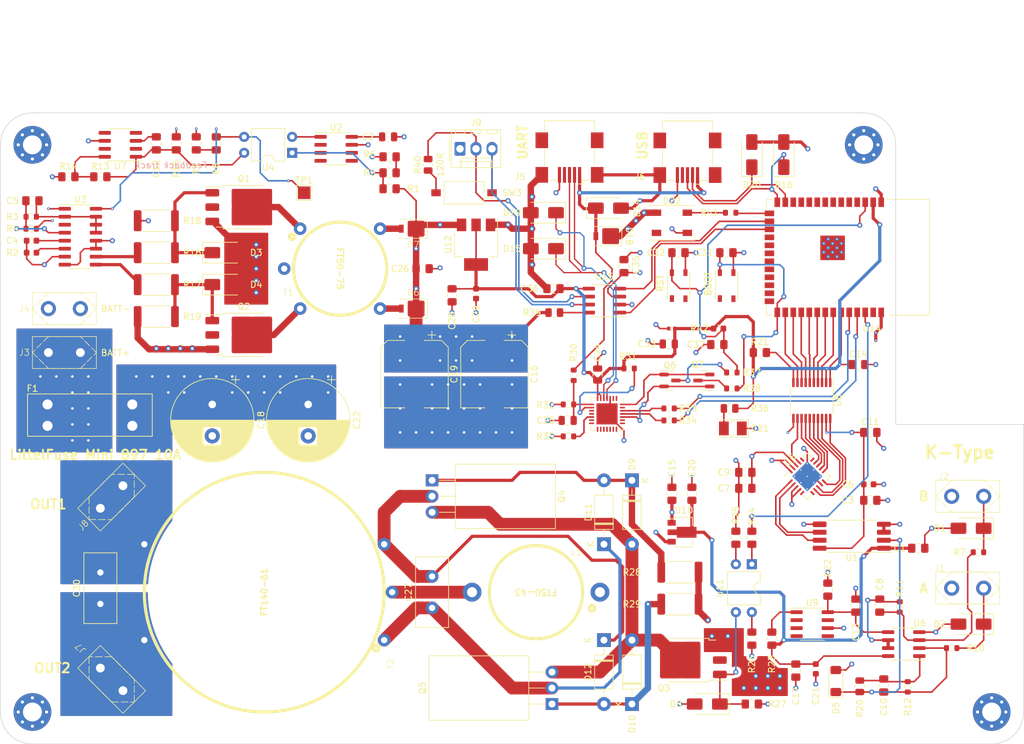
<source format=kicad_pcb>
(kicad_pcb (version 20221018) (generator pcbnew)
  (layers (0 "F.Cu" signal) (1 "In1.Cu" signal) (2 "In2.Cu" signal) (31 "B.Cu" signal) (34 "B.Paste" user) (35 "F.Paste" user) (36 "B.SilkS" user "B.Silkscreen") (37 "F.SilkS" user "F.Silkscreen") (38 "B.Mask" user) (39 "F.Mask" user) (44 "Edge.Cuts" user))
  (net 0 "")
  (net 1 "VDD1_RS1V")
  (net 2 "GNDPWR")
  (net 3 "Net-(U2-K)")
  (net 4 "GND")
  (net 5 "VCC_OUT")
  (net 6 "Net-(U3-CT)")
  (net 7 "TL494_VREF")
  (net 8 "TL494_DTC")
  (net 9 "Net-(U6A-+)")
  (net 10 "Net-(U6B--)")
  (net 11 "Net-(U6A--)")
  (net 12 "Net-(C10-Pad2)")
  (net 13 "10V_REF")
  (net 14 "Net-(U6B-+)")
  (net 15 "+3V3")
  (net 16 "+36V")
  (net 17 "Net-(U13-VBUS)")
  (net 18 "Net-(D11-K)")
  (net 19 "Net-(D12-K)")
  (net 20 "Net-(T2-S2)")
  (net 21 "Net-(T2-S1)")
  (net 22 "GPIO0")
  (net 23 "CHIP_PU")
  (net 24 "Net-(D1-K)")
  (net 25 "Net-(D2-K)")
  (net 26 "Net-(D3-K)")
  (net 27 "Net-(D4-K)")
  (net 28 "V_TEMP_OUT")
  (net 29 "Net-(D6-A)")
  (net 30 "Net-(D7-A)")
  (net 31 "Net-(D8-K)")
  (net 32 "Net-(D11-A)")
  (net 33 "Net-(D10-A)")
  (net 34 "Net-(D10-K)")
  (net 35 "+5V")
  (net 36 "USB_DP")
  (net 37 "GPIO20")
  (net 38 "USB_DN")
  (net 39 "GPIO19")
  (net 40 "Net-(D21-A)")
  (net 41 "Net-(D22-DIN)")
  (net 43 "Net-(F1-Pad1)")
  (net 46 "Net-(J9-Pin_2)")
  (net 47 "Net-(J9-Pin_3)")
  (net 48 "Net-(T2-PM)")
  (net 49 "Net-(Q1-D)")
  (net 50 "Net-(Q2-D)")
  (net 51 "DTR")
  (net 52 "RTS")
  (net 53 "Net-(Q6-D)")
  (net 54 "Net-(Q7-D)")
  (net 55 "Net-(R1-Pad2)")
  (net 56 "Net-(U3-RT)")
  (net 57 "Net-(R5-Pad1)")
  (net 58 "Net-(R8-Pad1)")
  (net 59 "TL494_VFB")
  (net 60 "Net-(U7-REF)")
  (net 61 "TL494_E1")
  (net 62 "TL494_E2")
  (net 63 "Net-(U8-OE)")
  (net 64 "Net-(R24-Pad1)")
  (net 65 "GPIO5")
  (net 66 "Net-(R25-Pad2)")
  (net 67 "Net-(R26-Pad1)")
  (net 68 "Net-(U13-~{RST})")
  (net 69 "Net-(U13-TXD)")
  (net 70 "U0RXD")
  (net 71 "Net-(U13-RXD)")
  (net 72 "U0TXD")
  (net 73 "Net-(U13-SUSPEND)")
  (net 74 "Net-(U15-S)")
  (net 75 "Net-(R40-Pad1)")
  (net 76 "GPIO38")
  (net 79 "Net-(U1-MDAT)")
  (net 80 "Net-(U1-MCLK)")
  (net 82 "ACPL-RST")
  (net 83 "ACPL-INT")
  (net 84 "ACPL-DR")
  (net 85 "ACPL-OC")
  (net 86 "ACPL-MISO")
  (net 87 "ACPL-MOSI")
  (net 88 "ACPL-SCLK")
  (net 89 "ACPL-CS")
  (net 90 "GPIO42")
  (net 91 "GPIO41")
  (net 92 "GPIO40")
  (net 93 "GPIO39")
  (net 94 "GPIO4")
  (net 95 "GPIO37")
  (net 96 "GPIO36")
  (net 97 "GPIO35")
  (net 114 "GPIO6")
  (net 115 "GPIO7")
  (net 116 "GPIO15")
  (net 117 "GPIO16")
  (net 118 "GPIO17")
  (net 119 "GPIO18")
  (net 120 "GPIO8")
  (net 121 "GPIO3")
  (net 122 "GPIO46")
  (net 123 "GPIO9")
  (net 124 "GPIO10")
  (net 125 "GPIO11")
  (net 126 "GPIO12")
  (net 127 "GPIO13")
  (net 128 "GPIO14")
  (net 129 "GPIO21")
  (net 130 "GPIO47")
  (net 131 "GPIO48")
  (net 132 "GPIO45")
  (net 133 "GPIO2")
  (net 134 "GPIO1")
  (footprint "Capacitor_SMD:C_0805_2012Metric_Pad1.18x1.45mm_HandSolder" (layer "F.Cu") (at 185.1875 107.95)
    (fp_text reference "C11")
    (fp_text value ".1uF 16V")
  )
  (footprint "MountingHole:MountingHole_3mm_Pad_Via" (layer "F.Cu") (at 52.07 62.23)
    (fp_text reference "H1" hide)
    (fp_text value "MountingHole")
  )
  (footprint "Capacitor_SMD:C_0805_2012Metric_Pad1.18x1.45mm_HandSolder" (layer "F.Cu") (at 153.67 117.7075 90)
    (fp_text reference "C15")
    (fp_text value "1uF 50V")
  )
  (footprint "Capacitor_SMD:C_0805_2012Metric_Pad1.18x1.45mm_HandSolder" (layer "F.Cu") (at 146.05 81.5125 -90)
    (fp_text reference "C35")
    (fp_text value "0.1uF 50V")
  )
  (footprint "Capacitor_SMD:CP_Elec_10x12.5" (layer "F.Cu") (at 125.476 98.688 -90)
    (fp_text reference "C16")
    (fp_text value "1000uF 16V")
  )
  (footprint "Package_SO:SOIC-8_3.9x4.9mm_P1.27mm" (layer "F.Cu") (at 175.96 138.43)
    (fp_text reference "U9")
    (fp_text value "TL1431D")
  )
  (footprint "Capacitor_SMD:C_0805_2012Metric_Pad1.18x1.45mm_HandSolder" (layer "F.Cu") (at 185.1875 118.745)
    (fp_text reference "C3")
    (fp_text value "1uF 16V")
  )
  (footprint "Resistor_SMD:R_0603_1608Metric" (layer "F.Cu") (at 189.865 135.7 -90)
    (fp_text reference "R11")
    (fp_text value "100kR 1%")
  )
  (footprint "Resistor_SMD:R_0603_1608Metric" (layer "F.Cu") (at 51.88 73.66 180)
    (fp_text reference "R3")
    (fp_text value "1kR")
  )
  (footprint "Capacitor_SMD:C_0805_2012Metric_Pad1.18x1.45mm_HandSolder" (layer "F.Cu") (at 162.3275 79.375 180)
    (fp_text reference "C31")
    (fp_text value "0.1uF 50V")
  )
  (footprint "Package_TO_SOT_SMD:SOT-89-3" (layer "F.Cu") (at 155.575 123.825)
    (fp_text reference "U10")
    (fp_text value "AP7381-50Y-13")
  )
  (footprint "Diode_THT:D_DO-41_SOD81_P10.16mm_Horizontal" (layer "F.Cu") (at 147.32 115.57 -90)
    (fp_text reference "D9")
    (fp_text value "UF4007")
  )
  (footprint "Resistor_SMD:R_0603_1608Metric" (layer "F.Cu") (at 146.875 97.79 180)
    (fp_text reference "R31")
    (fp_text value "1kR")
  )
  (footprint "Capacitor_SMD:C_0805_2012Metric_Pad1.18x1.45mm_HandSolder" (layer "F.Cu") (at 81.28 61.9975 90)
    (fp_text reference "R8")
    (fp_text value "220R 1%")
  )
  (footprint "Capacitor_SMD:C_0805_2012Metric_Pad1.18x1.45mm_HandSolder" (layer "F.Cu") (at 57.785 67.31)
    (fp_text reference "R14")
    (fp_text value "10kR 1%")
  )
  (footprint "Diode_SMD:D_SMA" (layer "F.Cu") (at 166.37 63.786 90)
    (fp_text reference "D20")
    (fp_text value "SMAJ5.0A")
  )
  (footprint "Resistor_SMD:R_0603_1608Metric" (layer "F.Cu") (at 198.12 142.24)
    (fp_text reference "R10")
    (fp_text value "1kR 1%")
  )
  (footprint "Capacitor_SMD:C_0805_2012Metric_Pad1.18x1.45mm_HandSolder" (layer "F.Cu") (at 154.7075 79.375 180)
    (fp_text reference "C32")
    (fp_text value "0.1uF 50V")
  )
  (footprint "Resistor_SMD:R_0805_2012Metric" (layer "F.Cu") (at 183.515 148.3125 -90)
    (fp_text reference "R20")
    (fp_text value "1kR")
  )
  (footprint "Biron_Library:USB_Mini-B_Wuerth_65100516121_Horizontal" (layer "F.Cu") (at 137.4 64.405 180)
    (fp_text reference "J5")
    (fp_text value "USB_B_Mini")
  )
  (footprint "Resistor_SMD:R_2512_6332Metric" (layer "F.Cu") (at 71.755 74.295 180)
    (fp_text reference "R18")
    (fp_text value "47R 2W")
  )
  (footprint "Capacitor_SMD:C_0805_2012Metric_Pad1.18x1.45mm_HandSolder" (layer "F.Cu") (at 169.545 140.7375 90)
    (fp_text reference "R23")
    (fp_text value "1kR")
  )
  (footprint "Package_DIP:DIP-4_W7.62mm" (layer "F.Cu") (at 93.335 63.505 180)
    (fp_text reference "U4")
    (fp_text value "VO617A-3")
  )
  (footprint "MountingHole:MountingHole_3mm_Pad_Via" (layer "F.Cu") (at 52.07 152.4)
    (fp_text reference "H2" hide)
    (fp_text value "MountingHole")
  )
  (footprint "Biron_Library:DO-220AA" (layer "F.Cu") (at 113.03 75.565 180)
    (fp_text reference "D7")
    (fp_text value "SS3P6HM3/85A")
  )
  (footprint "Resistor_SMD:R_0805_2012Metric" (layer "F.Cu") (at 114.935 65.405 90)
    (fp_text reference "R40")
    (fp_text value "120R 1%")
  )
  (footprint "MountingHole:MountingHole_3mm_Pad_Via" (layer "F.Cu") (at 184.15 62.23)
    (fp_text reference "H4" hide)
    (fp_text value "MountingHole")
  )
  (footprint "Capacitor_SMD:C_0805_2012Metric_Pad1.18x1.45mm_HandSolder" (layer "F.Cu") (at 166.37 124.6925 90)
    (fp_text reference "R24")
    (fp_text value "330R 1%")
  )
  (footprint "Capacitor_THT:CP_Radial_D13.0mm_P5.00mm" (layer "F.Cu") (at 95.885 103.505 -90)
    (fp_text reference "C22")
    (fp_text value "1000uF 50V")
  )
  (footprint "Capacitor_SMD:C_0805_2012Metric_Pad1.18x1.45mm_HandSolder" (layer "F.Cu") (at 160.8875 93.98 180)
    (fp_text reference "C37")
    (fp_text value "1uF 16V")
  )
  (footprint "Capacitor_SMD:C_0805_2012Metric_Pad1.18x1.45mm_HandSolder" (layer "F.Cu") (at 62.865 67.31)
    (fp_text reference "R13")
    (fp_text value "30kR 1%")
  )
  (footprint "Capacitor_SMD:C_0805_2012Metric" (layer "F.Cu") (at 137.11125 106.045 180)
    (fp_text reference "C25")
    (fp_text value "1uF 16V")
  )
  (footprint "Package_TO_SOT_SMD:SOT-23" (layer "F.Cu") (at 158.745146 99.695 180)
    (fp_text reference "Q7")
    (fp_text value "2N7002")
  )
  (footprint "Biron_Library:SW_Push_1P1T_NO_Vertical_Wuerth_434133025816" (layer "F.Cu") (at 154.745 84.625 -90)
    (fp_text reference "SW2" hide)
    (fp_text value "NTC013")
  )
  (footprint "Capacitor_SMD:C_0805_2012Metric_Pad1.18x1.45mm_HandSolder" (layer "F.Cu") (at 182.88 135.4875 90)
    (fp_text reference "C13")
    (fp_text value "1uF 50V")
  )
  (footprint "Package_SO:SOIC-8_3.9x4.9mm_P1.27mm" (layer "F.Cu") (at 66.04 62.23 180)
    (fp_text reference "U7")
    (fp_text value "TL1431D")
  )
  (footprint "Diode_SMD:D_MiniMELF" (layer "F.Cu") (at 179.705 147.475 90)
    (fp_text reference "D5")
    (fp_text value "ZMM5230B")
  )
  (footprint "Biron_Library:1217861" (layer "F.Cu") (at 54.61 95.25)
    (fp_text reference "J3")
    (fp_text value "~")
  )
  (footprint "Resistor_SMD:R_0603_1608Metric" (layer "F.Cu") (at 202.375 127)
    (fp_text reference "R7")
    (fp_text value "1kR 1%")
  )
  (footprint "Diode_SMD:D_SMA" (layer "F.Cu") (at 201.2 138.43 180)
    (fp_text reference "D2")
    (fp_text value "SMAJ16A")
  )
  (footprint "Capacitor_SMD:C_0402_1005Metric" (layer "F.Cu") (at 153.65 91.44 180)
    (fp_text reference "C34" hide)
    (fp_text value "0.1uF 16V")
  )
  (footprint "Capacitor_SMD:C_0805_2012Metric" (layer "F.Cu") (at 153.18 93.89 180)
    (fp_text reference "C33")
    (fp_text value "10uF 16V")
  )
  (footprint "Resistor_SMD:R_2512_6332Metric" (layer "F.Cu") (at 71.755 84.455)
    (fp_text reference "R17")
    (fp_text value "100R 2W")
  )
  (footprint "Package_DFN_QFN:QFN-20-1EP_5x5mm_P0.65mm_EP3.35x3.35mm_ThermalVias" (layer "F.Cu") (at 175.177939 114.935 45)
    (fp_text reference "U5")
    (fp_text value "ACPL-0873")
  )
  (footprint "Capacitor_SMD:C_0805_2012Metric_Pad1.18x1.45mm_HandSolder" (layer "F.Cu") (at 183.2825 97.155)
    (fp_text reference "C14")
    (fp_text value ".1uF 16V")
  )
  (footprint "Biron_Library:FT50-75" (layer "F.Cu") (at 94.615 75.565 -90)
    (fp_text reference "T1")
    (fp_text value "1CT:1CT:5CT")
  )
  (footprint "Diode_SMD:D_SMA" (layer "F.Cu") (at 133.255 73.025 180)
    (fp_text reference "D19")
    (fp_text value "SMAJ5.0A")
  )
  (footprint "Diode_SMD:D_SMA" (layer "F.Cu") (at 82.645 84.455)
    (fp_text reference "D4")
    (fp_text value "SMAJ16A")
  )
  (footprint "Capacitor_SMD:C_0805_2012Metric_Pad1.18x1.45mm_HandSolder" (layer "F.Cu") (at 108.8175 66.675 180)
    (fp_text reference "R5")
    (fp_text value "680R 1%")
  )
  (footprint "Resistor_SMD:R_0603_1608Metric" (layer "F.Cu") (at 137.23625 108.585 180)
    (fp_text reference "R35")
    (fp_text value "10kR")
  )
  (footprint "Capacitor_SMD:C_0805_2012Metric_Pad1.18x1.45mm_HandSolder" (layer "F.Cu") (at 114.0675 81.915)
    (fp_text reference "C26")
    (fp_text value "0.1uF 25V")
  )
  (footprint "Diode_THT:D_DO-41_SOD81_P10.16mm_Horizontal" (layer "F.Cu") (at 147.32 151.13 90)
    (fp_text reference "D10")
    (fp_text value "UF4007")
  )
  (footprint "Biron_Library:FT140-61" (layer "F.Cu") (at 88.9 133.35 90)
    (fp_text reference "T2")
    (fp_text value "5CT:1CT")
  )
  (footprint "Resistor_SMD:R_0603_1608Metric" (layer "F.Cu") (at 163.190146 98.425)
    (fp_text reference "R37")
    (fp_text value "0R")
  )
  (footprint "Package_SO:TSSOP-20_4.4x6.5mm_P0.65mm" (layer "F.Cu") (at 175.895 102.87 -90)
    (fp_text reference "U8")
    (fp_text value "TXS0108EPW")
  )
  (footprint "Capacitor_THT:C_Disc_D11.0mm_W5.0mm_P5.00mm" (layer "F.Cu") (at 115.57 135.85 90)
    (fp_text reference "C27")
    (fp_text value "4.7nF Ceramic Disc")
  )
  (footprint "Diode_THT:D_DO-41_SOD81_P10.16mm_Horizontal" (layer "F.Cu") (at 142.875 140.97 -90)
    (fp_text reference "D12")
    (fp_text value "UF4007")
  )
  (footprint "Resistor_SMD:R_2512_6332Metric" (layer "F.Cu") (at 71.755 79.375)
    (fp_text reference "R16")
    (fp_text value "100R 2W")
  )
  (footprint "Package_SO:SOIC-8_3.9x4.9mm_P1.27mm" (layer "F.Cu") (at 190.5 141.605 180)
    (fp_text reference "U6")
    (fp_text value "TL082h")
  )
  (footprint "Diode_SMD:D_SMA" (layer "F.Cu") (at 143.584314 72.3)
    (fp_text reference "D14")
    (fp_text value "SMAJ5.0A")
  )
  (footprint "Biron_Library:1217861" (layer "F.Cu") (at 198.12 118.11)
    (fp_text reference "J2")
    (fp_text value "~")
  )
  (footprint "Biron_Library:ESP32-S3-WROOM-1" (layer "F.Cu") (at 181.66 80.11 -90)
    (fp_text reference "U14")
    (fp_text value "ESP32-S3-WROOM-1")
  )
  (footprint "Capacitor_SMD:C_0805_2012Metric_Pad1.18x1.45mm_HandSolder" (layer "F.Cu") (at 187.325 148.1875 90)
    (fp_text reference "C10")
    (fp_text value "1uF 50V")
  )
  (footprint "Capacitor_SMD:C_0805_2012Metric_Pad1.18x1.45mm_HandSolder" (layer "F.Cu") (at 134.8525 85.09)
    (fp_text reference "C36")
    (fp_text value "0.1uF 50V")
  )
  (footprint "Capacitor_SMD:C_0603_1608Metric" (layer "F.Cu") (at 176.53 145.555 -90)
    (fp_text reference "C21")
    (fp_text value "10nF 16V")
  )
  (footprint "Resistor_SMD:R_2512_6332Metric" (layer "F.Cu") (at 154.94 135.255 180)
    (fp_text reference "R29")
    (fp_text value "470R 2W")
  )
  (footprint "Package_SO:SOIC-16_3.9x9.9mm_P1.27mm" (layer "F.Cu") (at 59.69 76.835)
    (fp_text reference "U3")
    (fp_text value "TL494CDR")
  )
  (footprint "Capacitor_THT:C_Disc_D11.0mm_W5.0mm_P5.00mm" (layer "F.Cu") (at 62.865 135.215 90)
    (fp_text reference "C30")
    (fp_text value "4.7nF Ceramic Disc")
  )
  (footprint "Resistor_SMD:R_0603_1608Metric" (layer "F.Cu") (at 153.225 104.14)
    (fp_text reference "R33")
    (fp_text value "0R")
  )
  (footprint "Biron_Library:1217861" (layer "F.Cu") (at 54.61 88.265)
    (fp_text reference "J4")
    (fp_text value "~")
  )
  (footprint "Capacitor_SMD:C_0805_2012Metric_Pad1.18x1.45mm_HandSolder" (layer "F.Cu") (at 166.37 151.13 180)
    (fp_text reference "R27")
    (fp_text value "470R 1%")
  )
  (footprint "Capacitor_SMD:C_0805_2012Metric_Pad1.18x1.45mm_HandSolder" (layer "F.Cu") (at 173.355 145.8175 -90)
    (fp_text reference "C17")
    (fp_text value "1uF 16V")
  )
  (footprint "Biron_Library:RV1S9353A" (layer "F.Cu") (at 182.245 124.46 180)
    (fp_text reference "U1")
    (fp_text value "RV1S9353A")
  )
  (footprint "Resistor_SMD:R_0603_1608Metric" (layer "F.Cu") (at 153.225 106.045)
    (fp_text reference "R34")
    (fp_text value "0R")
  )
  (footprint "Capacitor_SMD:C_0603_1608Metric" (layer "F.Cu") (at 51.93 77.47 180)
    (fp_text reference "C4")
    (fp_text value "1nF 16V")
  )
  (footprint "Capacitor_SMD:C_0805_2012Metric_Pad1.18x1.45mm_HandSolder" (layer "F.Cu") (at 74.93 61.9975 90)
    (fp_text reference "R15")
    (fp_text value "4.7kR")
  )
  (footprint "Resistor_SMD:R_0603_1608Metric" (layer "F.Cu") (at 138.06125 98.87 -90)
    (fp_text reference "R30")
    (fp_text value "22kR")
  )
  (footprint "Capacitor_SMD:C_0805_2012Metric_Pad1.18x1.45mm_HandSolder" (layer "F.Cu") (at 156.845 117.7075 90)
    (fp_text reference "C20")
    (fp_text value "1uF 50V")
  )
  (footprint "Resistor_SMD:R_0603_1608Metric" (layer "F.Cu") (at 163.190146 100.965)
    (fp_text reference "R38")
    (fp_text value "0R")
  )
  (footprint "Package_TO_SOT_SMD:TO-252-3_TabPin2" (layer "F.Cu") (at 156.25 144.145 180)
    (fp_text reference "Q3")
    (fp_text value "DMN15H310SK3-13")
  )
  (footprint "Capacitor_SMD:C_0805_2012Metric_Pad1.18x1.45mm_HandSolder" (layer "F.Cu") (at 118.745 86.1525 -90)
    (fp_text reference "C28")
    (fp_text value "10uF 25V")
  )
  (footprint "Diode_SMD:D_SMA" (layer "F.Cu") (at 133.255 78.74 180)
    (fp_text reference "D15")
    (fp_text value "SMAJ5.0A")
  )
  (footprint "Biron_Library:1217861" (layer "F.Cu") (at 198.12 132.715)
    (fp_text reference "J1")
    (fp_text value "~")
  )
  (footprint "Capacitor_SMD:C_0805_2012Metric" (layer "F.Cu") (at 108.585 60.96)
    (fp_text reference "C2")
    (fp_text value "1uF 16V")
  )
  (footprint "Package_TO_SOT_THT:TO-220-3_Horizontal_TabDown" (layer "F.Cu") (at 115.57 115.57 -90)
    (fp_text reference "Q4")
    (fp_text value "IPP50R140CPXKSA1")
  )
  (footprint "Capacitor_SMD:C_0603_1608Metric" (layer "F.Cu") (at 161.07 91.44 180)
    (fp_text reference "R42")
    (fp_text value "10kR")
  )
  (footprint "Resistor_SMD:R_0805_2012Metric" (layer "F.Cu") (at 134.9775 88.9)
    (fp_text reference "R39")
    (fp_text value "10kR")
  )
  (footprint "Diode_SMD:D_SMA" (layer "F.Cu") (at 82.645 79.375)
    (fp_text reference "D3")
    (fp_text value "SMAJ16A")
  )
  (footprint "Capacitor_SMD:C_0805_2012Metric_Pad1.18x1.45mm_HandSolder" (layer "F.Cu") (at 192.8075 126.365)
    (fp_text reference "C1")
    (fp_text value "1uF 50V")
  )
  (footprint "Capacitor_SMD:C_0603_1608Metric" (layer "F.Cu") (at 122.555 85.89 -90)
    (fp_text reference "C29")
    (fp_text value "0.1uF 25V")
  )
  (footprint "Capacitor_SMD:C_0805_2012Metric_Pad1.18x1.45mm_HandSolder" (layer "F.Cu") (at 166.37 140.7375 -90)
    (fp_text reference "R26")
    (fp_text value "1kR")
  )
  (footprint "Resistor_SMD:R_2512_6332Metric" (layer "F.Cu") (at 154.94 130.175 180)
    (fp_text reference "R28")
    (fp_text value "470R 2W")
  )
  (footprint "Package_TO_SOT_THT:TO-220-3_Horizontal_TabDown" (layer "F.Cu") (at 134.62 151.13 90)
    (fp_text reference "Q5")
    (fp_text value "IPP50R140CPXKSA1" hide)
  )
  (footprint "Capacitor_SMD:C_0805_2012Metric_Pad1.18x1.45mm_HandSolder" (layer "F.Cu") (at 78.105 61.9975 -90)
    (fp_text reference "R9")
    (fp_text value "330R 1%")
  )
  (footprint "Diode_SMD:D_SMA" (layer "F.Cu") (at 171.45 63.786 90)
    (fp_text reference "D16")
    (fp_text value "SMAJ5.0A")
  )
  (footprint "Biron_Library:DO-220AA" (layer "F.Cu") (at 113.03 88.265 180)
    (fp_text reference "D6")
    (fp_text value "SS3P6HM3/85A")
  )
  (footprint "Package_DIP:DIP-4_W7.62mm" (layer "F.Cu") (at 166.37 128.905 -90)
    (fp_text reference "U11")
    (fp_text value "VO617A-9")
  )
  (footprint "Capacitor_SMD:C_0805_2012Metric" (layer "F.Cu") (at 141.87125 98.745 90)
    (fp_text reference "C24")
    (fp_text value "10uF 16V")
  )
  (footprint "Package_TO_SOT_SMD:TO-252-3_TabPin2" (layer "F.Cu") (at 85.685 72.13)
    (fp_text reference "Q1")
    (fp_text value "DMN15H310SK3-13")
  )
  (footprint "Diode_THT:D_DO-41_SOD81_P10.16mm_Horizontal" (layer "F.Cu") (at 142.875 125.73 90)
    (fp_text reference "D11")
    (fp_text value "UF4007")
  )
  (footprint "Resistor_SMD:R_0805_2012Metric" (layer "F.Cu") (at 162.8375 104.14 180)
    (fp_text reference "R36")
    (fp_text value "5.1kR")
  )
  (footprint "TestPoint:TestPoint_Pad_2.0x2.0mm" (layer "F.Cu") (at 95.25 69.85)
    (fp_text reference "TP1")
    (fp_text value "TestPoint")
  )
  (footprint "Capacitor_SMD:CP_Elec_10x12.5" (layer "F.Cu") (at 112.776 98.688 -90)
    (fp_text reference "C19")
    (fp_text value "1000uF 16V")
  )
  (footprint "Capacitor_SMD:C_0805_2012Metric_Pad1.18x1.45mm_HandSolder" (layer "F.Cu") (at 165.3325 116.84 180)
    (fp_text reference "C7")
    (fp_text value "1uF 16V")
  )
  (footprint "Resistor_SMD:R_0603_1608Metric" (layer "F.Cu") (at 163.005 73.025 180)
    (fp_text reference "R41")
    (fp_text value "0R")
  )
  (footprint "Capacitor_SMD:C_0805_2012Metric_Pad1.18x1.45mm_HandSolder" (layer "F.Cu") (at 178.435 132.9475 90)
    (fp_text reference "R22")
    (fp_text value "10kR")
  )
  (footprint "Package_SO:SOIC-8_3.9x4.9mm_P1.27mm" (layer "F.Cu") (at 100.33 62.865)
    (fp_text reference "U2")
    (fp_text value "TL1431D")
  )
  (footprint "Capacitor_SMD:C_0805_2012Metric_Pad1.18x1.45mm_HandSolder" (layer "F.Cu") (at 167.64 95.25)
    (fp_text reference "R21")
    (fp_text value "10kR")
  )
  (footprint "Connector_Molex:Molex_KK-254_AE-6410-03A_1x03_P2.54mm_Vertical" (layer "F.Cu") (at 120.005 62.865)
    (fp_text reference "J9")
    (fp_text value "Molex KK-254 ")
  )
  (footprint "Biron_Library:USB_Mini-B_Wuerth_65100516121_Horizontal" (layer "F.Cu") (at 156.144314 64.435 180)
    (fp_text reference "J6")
    (fp_text value "USB_B_Mini")
  )
  (footprint "Package_TO_SOT_SMD:TO-252-3_TabPin2" (layer "F.Cu") (at 85.685 92.45)
    (fp_text reference "Q2")
    (fp_text value "DMN15H310SK3-13")
  )
  (footprint "Capacitor_THT:CP_Radial_D13.0mm_P5.00mm" (layer "F.Cu") (at 80.645 103.505 -90)
    (fp_text reference "C18")
    (fp_text value "1000uF 50V")
  )
  (footprint "Package_DFN_QFN:QFN-28-1EP_5x5mm_P0.5mm_EP3.35x3.35mm" (layer "F.Cu") (at 143.36 105.005 -90)
    (fp_text reference "U13" hide)
    (fp_text value "CP2102N-Axx-xQFN28")
  )
  (footprint "LED_SMD:LED_SK6812_PLCC4_5.0x5.0mm_P3.2mm" (layer "F.Cu") (at 153.67 74.625)
    (fp_text reference "D22")
    (fp_text value "SK6812")
  )
  (footprint "Resistor_SMD:R_0603_1608Metric" (layer "F.Cu") (at 137.23625 103.505 180)
    (fp_text reference "R32")
    (fp_text value "47kR")
  )
  (footprint "Button_Switch_SMD:SW_DIP_SPSTx01_Slide_Omron_A6S-110x_W8.9mm_P2.54mm" (layer "F.Cu") (at 120.645 69.85 180)
    (fp_text reference "SW3")
    (fp_text value "A6S-1101-H")
  )
  (footprint "Biron_Library:SW_Push_1P1T_NO_Vertical_Wuerth_434133025816" (layer "F.Cu") (at 162.365 84.625 -90)
    (fp_text reference "SW1" hide)
    (fp_text value "NTC013")
  )
  (footprint "Capacitor_SMD:C_0805_2012Metric_Pad1.18x1.45mm_HandSolder" (layer "F.Cu") (at 71.755 61.9975 90)
    (fp_text reference "C12")
    (fp_text value "1uF 50V")
  )
  (footprint "Biron_Library:FUSE_3557-2" (layer "F.Cu") (at 61.21 105.205)
    (fp_text reference "F1")
    (fp_text value "10A")
  )
  (footprint "Resistor_SMD:R_0603_1608Metric" (layer "F.Cu") (at 191.135 148.4 -90)
    (fp_text reference "R12")
    (fp_text value "100kR 1%")
  )
  (footprint "Biron_Library:DO-220AA" (layer "F.Cu") (at 143.935314 76.745 180)
    (fp_text reference "D18")
    (fp_text value "SS3P6HM3/85A")
  )
  (footprint "Diode_SMD:D_SMA" (layer "F.Cu") (at 159.29 151.13 180)
    (fp_text reference "D8")
    (fp_text value "SMAJ16A")
  )
  (footprint "Diode_SMD:D_SMA" (layer "F.Cu") (at 201.2 123.19 180)
    (fp_text reference "D1")
    (fp_text value "SMAJ16A")
  )
  (footprint "Package_TO_SOT_SMD:SOT-223" (layer "F.Cu") (at 122.555 78.105 -90)
    (fp_text reference "U12")
    (fp_text value "SGM2212-3.3XKC3G/TR")
  )
  (footprint "Biron_Library:1217861" (layer "F.Cu") (at 62.865 120.015 45)
    (fp_text reference "J8")
    (fp_text value "~")
  )
  (footprint "Biron_Library:FT50-43" (layer "F.Cu") (at 138.43 127 180)
    (fp_text reference "L1")
    (fp_text value "13uF")
  )
  (footprint "Package_TO_SOT_SMD:SOT-23" (layer "F.Cu") (at 153.362646 99.695)
    (fp_text reference "Q6")
    (fp_text value "2N7002")
  )
  (footprint "Capacitor_SMD:C_0603_1608Metric" (layer "F.Cu") (at 184.925 116.205)
    (fp_text reference "C6")
    (fp_text value "10nF 16V")
  )
  (footprint "Capacitor_SMD:C_0805_2012Metric_Pad1.18x1.45mm_HandSolder" (layer "F.Cu") (at 52.07 71.12 180)
    (fp_text reference "C5")
    (fp_text value "1uF 16V")
  )
  (footprint "Capacitor_SMD:C_0805_2012Metric_Pad1.18x1.45mm_HandSolder" (layer "F.Cu") (at 165.3325 114.3 180)
    (fp_text reference "C9")
    (fp_text value "10nF 16V")
  )
  (footprint "Capacitor_SMD:C_0805_2012Metric_Pad1.18x1.45mm_HandSolder" (layer "F.Cu") (at 186.69 135.4875 90)
    (fp_text reference "C8")
    (fp_text value "1uF 50V")
  )
  (footprint "Biron_Library:1217861" (layer "F.Cu") (at 66.457102 149.007102 135)
    (fp_text reference "J7")
    (fp_text value "~")
  )
  (footprint "Biron_Library:LED_PLCC-2_3x2mm_KA" (layer "F.Cu") (at 163.35 107.315 180)
    (fp_text reference "D21")
    (fp_text value "PWR LED")
  )
  (footprint "Capacitor_SMD:C_0805_2012Metric_Pad1.18x1.45mm_HandSolder" (layer "F.Cu") (at 108.8175 69.215 180)
    (fp_text reference "R1")
    (fp_text value "100R 1%")
  )
  (footprint "Capacitor_SMD:C_0805_2012Metric_Pad1.18x1.45mm_HandSolder" (layer "F.Cu") (at 108.8175 64.135)
    (fp_text reference "R6")
    (fp_text value "220R 1%")
  )
  (footprint "MountingHole:MountingHole_3mm_Pad_Via" (layer "F.Cu") (at 204.47 152.4)
    (fp_text reference "H3" hide)
    (fp_text value "MountingHole")
  )
  (footprint "Capacitor_SMD:C_0603_1608Metric" (layer "F.Cu") (at 51.93 79.375 180)
    (fp_text reference "R2")
    (fp_text value "10kR")
  )
  (footprint "Resistor_SMD:R_0603_1608Metric" (layer "F.Cu") (at 51.88 75.565)
    (fp_text reference "R4")
    (fp_text value "1kR")
  )
  (footprint "Resistor_SMD:R_2512_6332Metric" (layer "F.Cu") (at 71.755 89.535 180)
    (fp_text reference "R19")
    (fp_text value "47R 2W")
  )
  (footprint "Package_SO:SOIC-8_3.9x4.9mm_P1.27mm" (layer "F.Cu") (at 142.94 86.995 180)
    (fp_text reference "U15")
    (fp_text value "TJA1441TA")
  )
  (footprint "Capacitor_SMD:C_0805_2012Metric_Pad1.18x1.45mm_HandSolder" (layer "F.Cu") (at 163.83 124.6925 -90)
    (fp_text reference "R25")
    (fp_text value "330R 1%")
  )
  (gr_line (start 209.55 106.68) (end 209.55 152.4) (stroke (width 0.1)) (layer "Edge.Cuts"))
  (gr_arc (start 209.55 152.4) (mid 208.062102 155.992102) (end 204.47 157.48) (stroke (width 0.1)) (layer "Edge.Cuts"))
  (gr_arc (start 184.15 57.15) (mid 187.742102 58.637898) (end 189.23 62.23) (stroke (width 0.1)) (layer "Edge.Cuts"))
  (gr_line (start 204.47 157.48) (end 52.07 157.48) (stroke (width 0.1)) (layer "Edge.Cuts"))
  (gr_line (start 52.07 57.15) (end 184.15 57.15) (stroke (width 0.1)) (layer "Edge.Cuts"))
  (gr_line (start 189.23 62.23) (end 189.23 106.68) (stroke (width 0.1)) (layer "Edge.Cuts"))
  (gr_arc (start 46.99 62.23) (mid 48.477898 58.637898) (end 52.07 57.15) (stroke (width 0.1)) (layer "Edge.Cuts"))
  (gr_line (start 189.23 106.68) (end 209.55 106.68) (stroke (width 0.1)) (layer "Edge.Cuts"))
  (gr_arc (start 52.07 157.48) (mid 48.477898 155.992102) (end 46.99 152.4) (stroke (width 0.1)) (layer "Edge.Cuts"))
  (gr_line (start 46.99 152.4) (end 46.99 62.23) (stroke (width 0.1)) (layer "Edge.Cuts"))
  (gr_text "Feedback track" (at 80.01 66.04) (layer "B.SilkS") (effects (font (size 1 1) (thickness 0.15) italic) (justify left bottom mirror)))
  (gr_text "BOOT" (at 160.02 86.36 90) (layer "F.SilkS") (effects (font (size 1 1) (thickness 0.2) bold) (justify left bottom)))
  (gr_text "BATT+" (at 62.865 95.885) (layer "F.SilkS") (effects (font (size 1 1)) (justify left bottom)))
  (gr_text "RST" (at 152.4 85.725 90) (layer "F.SilkS") (effects (font (size 1 1) (thickness 0.2) bold) (justify left bottom)))
  (gr_text "OUT2" (at 55.245 145.415) (layer "F.SilkS") (effects (font (size 1.5 1.5) (thickness 0.3) bold)))
  (gr_text "A" (at 193.675 132.715) (layer "F.SilkS") (effects (font (size 1.5 1.5) (thickness 0.3) bold)))
  (gr_text "USB" (at 149.86 64.77 90) (layer "F.SilkS") (effects (font (size 1.5 1.5) (thickness 0.3) bold) (justify left bottom)))
  (gr_text "BATT-" (at 62.865 88.9) (layer "F.SilkS") (effects (font (size 1 1)) (justify left bottom)))
  (gr_text "OUT1" (at 54.61 119.38) (layer "F.SilkS") (effects (font (size 1.5 1.5) (thickness 0.3) bold)))
  (gr_text "UART" (at 130.81 64.77 90) (layer "F.SilkS") (effects (font (size 1.5 1.5) (thickness 0.3) bold) (justify left bottom)))
  (gr_text "LittelFuse Mini 897 10A" (at 48.26 112.395) (layer "F.SilkS") (effects (font (size 1.5 1.5) (thickness 0.3) bold) (justify left bottom)))
  (gr_text "120R" (at 117.475 65.405 90) (layer "F.SilkS") (effects (font (size 1 1)) (justify bottom)))
  (gr_text "B" (at 193.675 118.11) (layer "F.SilkS") (effects (font (size 1.5 1.5) (thickness 0.3) bold)))
  (gr_text "K-Type" (at 199.39 111.125) (layer "F.SilkS") (effects (font (size 2 2) (thickness 0.4) bold)))
  (segment (start 187.345 126.365) (end 191.77 126.365) (width 0.508) (layer "F.Cu") (net 1))
  (segment (start 173.355 144.78) (end 176.53 144.78) (width 0.25) (layer "F.Cu") (net 1))
  (segment (start 169.545 143.51) (end 170.815 144.78) (width 0.25) (layer "F.Cu") (net 1))
  (segment (start 171.45 140.97) (end 170.815 141.605) (width 0.508) (layer "F.Cu") (net 1))
  (segment (start 158.75 123.825) (end 160.02 125.095) (width 0.508) (layer "F.Cu") (net 1))
  (segment (start 170.815 144.78) (end 173.355 144.78) (width 0.25) (layer "F.Cu") (net 1))
  (segment (start 153.7125 123.825) (end 158.75 123.825) (width 0.508) (layer "F.Cu") (net 1))
  (segment (start 170.815 141.605) (end 169.715 141.605) (width 0.508) (layer "F.Cu") (net 1))
  (segment (start 169.715 141.605) (end 169.545 141.775) (width 0.508) (layer "F.Cu") (net 1))
  (segment (start 187.345 126.365) (end 185.42 126.365) (width 0.508) (layer "F.Cu") (net 1))
  (segment (start 156.845 118.745) (end 156.845 123.825) (width 0.508) (layer "F.Cu") (net 1))
  (segment (start 169.545 141.775) (end 169.545 143.51) (width 0.25) (layer "F.Cu") (net 1))
  (segment (start 176.53 144.78) (end 177.8 143.51) (width 0.25) (layer "F.Cu") (net 1))
  (segment (start 177.8 143.51) (end 188.025 143.51) (width 0.25) (layer "F.Cu") (net 1))
  (segment (start 185.42 126.365) (end 184.15 127.635) (width 0.508) (layer "F.Cu") (net 1))
  (via (at 160.02 125.095) (size 0.8) (drill 0.4) (layers "F.Cu" "B.Cu") (net 1))
  (via (at 171.45 140.97) (size 0.8) (drill 0.4) (layers "F.Cu" "B.Cu") (net 1))
  (via (at 184.15 127.635) (size 0.8) (drill 0.4) (layers "F.Cu" "B.Cu") (net 1))
  (segment (start 160.02 125.095) (end 160.02 132.08) (width 0.508) (layer "B.Cu") (net 1))
  (segment (start 160.02 132.08) (end 161.29 133.35) (width 0.508) (layer "B.Cu") (net 1))
  (segment (start 171.45 140.97) (end 182.88 140.97) (width 0.508) (layer "B.Cu") (net 1))
  (segment (start 183.734 128.051) (end 184.15 127.635) (width 0.508) (layer "B.Cu") (net 1))
  (segment (start 183.734 140.116) (end 183.734 128.051) (width 0.508) (layer "B.Cu") (net 1))
  (segment (start 161.29 133.35) (end 170.815 133.35) (width 0.508) (layer "B.Cu") (net 1))
  (segment (start 170.815 133.35) (end 171.45 133.985) (width 0.508) (layer "B.Cu") (net 1))
  (segment (start 171.45 133.985) (end 171.45 140.97) (width 0.508) (layer "B.Cu") (net 1))
  (segment (start 182.88 140.97) (end 183.734 140.116) (width 0.508) (layer "B.Cu") (net 1))
  (segment (start 56.7475 67.31) (end 55.245 67.31) (width 0.25) (layer "F.Cu") (net 2))
  (segment (start 68.7925 92.9225) (end 68.7925 90.17) (width 1.016) (layer "F.Cu") (net 2))
  (segment (start 187.345 122.555) (end 189.865 122.555) (width 0.25) (layer "F.Cu") (net 2))
  (segment (start 80.76 74.41) (end 84.455 78.105) (width 1.016) (layer "F.Cu") (net 2))
  (segment (start 193.845 126.365) (end 193.845 124.29) (width 0.25) (layer "F.Cu") (net 2))
  (segment (start 80.645 94.73) (end 77.585 94.73) (width 1.016) (layer "F.Cu") (net 2))
  (segment (start 70.6 94.73) (end 68.7925 92.9225) (width 1.016) (layer "F.Cu") (net 2))
  (segment (start 178.435 139.065) (end 180.975 139.065) (width 0.25) (layer "F.Cu") (net 2))
  (segment (start 199.2 138.43) (end 196.85 138.43) (width 0.25) (layer "F.Cu") (net 2))
  (segment (start 73.66 94.615) (end 73.545 94.73) (width 1.016) (layer "F.Cu") (net 2))
  (segment (start 51.155 80.365) (end 51.155 79.375) (width 0.25) (layer "F.Cu") (net 2))
  (segment (start 80.645 74.41) (end 80.76 74.41) (width 1.016) (layer "F.Cu") (net 2))
  (segment (start 52.705 75.565) (end 53.975 74.295) (width 0.25) (layer "F.Cu") (net 2))
  (segment (start 57.215 72.39) (end 54.61 72.39) (width 0.25) (layer "F.Cu") (net 2))
  (segment (start 77.585 94.73) (end 77.47 94.615) (width 1.016) (layer "F.Cu") (net 2))
  (segment (start 157.29 151.13) (end 154.94 151.13) (width 0.25) (layer "F.Cu") (net 2))
  (segment (start 196.85 138.43) (end 195.58 139.7) (width 0.25) (layer "F.Cu") (net 2))
  (segment (start 192.975 139.7) (end 195.58 139.7) (width 0.25) (layer "F.Cu") (net 2))
  (segment (start 78.105 60.96) (end 78.105 59.69) (width 0.25) (layer "F.Cu") (net 2))
  (segment (start 167.4075 151.13) (end 168.91 151.13) (width 0.25) (layer "F.Cu") (net 2))
  (segment (start 75.565 94.615) (end 75.45 94.73) (width 1.016) (layer "F.Cu") (net 2))
  (segment (start 53.975 81.28) (end 52.07 81.28) (width 0.25) (layer "F.Cu") (net 2))
  (segment (start 73.545 94.73) (end 71.87 94.73) (width 1.016) (layer "F.Cu") (net 2))
  (segment (start 77.47 94.615) (end 77.355 94.73) (width 1.016) (layer "F.Cu") (net 2))
  (segment (start 68.515 61.595) (end 69.85 61.595) (width 0.25) (layer "F.Cu") (net 2))
  (segment (start 73.775 94.73) (end 73.66 94.615) (width 1.016) (layer "F.Cu") (net 2))
  (segment (start 57.215 80.01) (end 55.245 80.01) (width 0.25) (layer "F.Cu") (net 2))
  (segment (start 69.85 61.595) (end 70.485 60.96) (width 0.25) (layer "F.Cu") (net 2))
  (segment (start 181.3 145.725) (end 182.245 144.78) (width 0.25) (layer "F.Cu") (net 2))
  (segment (start 187.345 123.825) (end 187.345 122.555) (width 0.508) (layer "F.Cu") (net 2))
  (segment (start 153.67 116.67) (end 153.67 114.935) (width 0.25) (layer "F.Cu") (net 2))
  (segment (start 75.68 94.73) (end 75.565 94.615) (width 1.016) (layer "F.Cu") (net 2))
  (segment (start 176.53 146.33) (end 176.53 147.955) (width 0.25) (layer "F.Cu") (net 2))
  (segment (start 51.155 79.375) (end 51.155 77.47) (width 0.25) (layer "F.Cu") (net 2))
  (segment (start 77.355 94.73) (end 75.68 94.73) (width 1.016) (layer "F.Cu") (net 2))
  (segment (start 53.975 74.295) (end 55.245 74.295) (width 0.25) (layer "F.Cu") (net 2))
  (segment (start 156.845 116.67) (end 156.845 114.935) (width 0.25) (layer "F.Cu") (net 2))
  (segment (start 179.705 145.725) (end 181.3 145.725) (width 0.25) (layer "F.Cu") (net 2))
  (segment (start 153.625 125.325) (end 152.63 125.325) (width 0.508) (layer "F.Cu") (net 2))
  (segment (start 55.245 80.01) (end 53.975 81.28) (width 0.25) (layer "F.Cu") (net 2))
  (segment (start 152.63 125.325) (end 151.13 123.825) (width 0.508) (layer "F.Cu") (net 2))
  (segment (start 178.435 131.91) (end 178.435 130.175) (width 0.25) (layer "F.Cu") (net 2))
  (segment (start 52.07 81.28) (end 51.155 80.365) (width 0.25) (layer "F.Cu") (net 2))
  (segment (start 75.45 94.73) (end 73.775 94.73) (width 1.016) (layer "F.Cu") (net 2))
  (segment (start 194.945 123.19) (end 199.2 123.19) (width 0.25) (layer "F.Cu") (net 2))
  (segment (start 71.87 94.73) (end 71.755 94.615) (width 1.016) (layer "F.Cu") (net 2))
  (segment (start 70.485 60.96) (end 71.755 60.96) (width 0.25) (layer "F.Cu") (net 2))
  (segment (start 182.88 134.45) (end 182.88 132.715) (width 0.25) (layer "F.Cu") (net 2))
  (segment (start 193.845 124.29) (end 194.945 123.19) (width 0.25) (layer "F.Cu") (net 2))
  (segment (start 173.355 146.855) (end 173.355 148.59) (width 0.25) (layer "F.Cu") (net 2))
  (segment (start 71.64 94.73) (end 70.6 94.73) (width 1.016) (layer "F.Cu") (net 2))
  (segment (start 63.565 61.595) (end 60.96 61.595) (width 0.25) (layer "F.Cu") (net 2))
  (segment (start 71.755 94.615) (end 71.64 94.73) (width 1.016) (layer "F.Cu") (net 2))
  (segment (start 68.7925 74.295) (end 70.485 74.295) (width 0.25) (layer "F.Cu") (net 2))
  (via (at 160.02 140.335) (size 0.8) (drill 0.4) (layers "F.Cu" "B.Cu") (net 2))
  (via (at 55.245 67.31) (size 0.8) (drill 0.4) (layers "F.Cu" "B.Cu") (net 2))
  (via (at 154.94 151.13) (size 0.8) (drill 0.4) (layers "F.Cu" "B.Cu") (net 2))
  (via (at 182.88 132.715) (size 0.8) (drill 0.4) (layers "F.Cu" "B.Cu") (net 2))
  (via (at 178.435 130.175) (size 0.8) (drill 0.4) (layers "F.Cu" "B.Cu") (net 2))
  (via (at 75.565 94.615) (size 0.8) (drill 0.4) (layers "F.Cu" "B.Cu") (net 2))
  (via (at 87.63 78.105) (size 0.8) (drill 0.4) (layers "F.Cu" "B.Cu") (net 2))
  (via (at 77.47 94.615) (size 0.8) (drill 0.4) (layers "F.Cu" "B.Cu") (net 2))
  (via (at 168.91 151.13) (size 0.8) (drill 0.4) (layers "F.Cu" "B.Cu") (net 2))
  (via (at 73.66 94.615) (size 0.8) (drill 0.4) (layers "F.Cu" "B.Cu") (net 2))
  (via (at 87.63 85.725) (size 0.8) (drill 0.4) (layers "F.Cu" "B.Cu") (net 2))
  (via (at 182.245 144.78) (size 0.8) (drill 0.4) (layers "F.Cu" "B.Cu") (net 2))
  (via (at 176.53 147.955) (size 0.8) (drill 0.4) (layers "F.Cu" "B.Cu") (net 2))
  (via (at 156.845 114.935) (size 0.45) (drill 0.2) (layers "F.Cu" "B.Cu") (net 2))
  (via (at 168.91 148.59) (size 0.8) (drill 0.4) (layers "F.Cu" "B.Cu") (net 2))
  (via (at 195.58 139.7) (size 0.8) (drill 0.4) (layers "F.Cu" "B.Cu") (net 2))
  (via (at 55.245 74.295) (size 0.45) (drill 0.2) (layers "F.Cu" "B.Cu") (net 2))
  (via (at 54.61 72.39) (size 0.45) (drill 0.2) (layers "F.Cu" "B.Cu") (net 2))
  (via (at 170.815 148.59) (size 0.8) (drill 0.4) (layers "F.Cu" "B.Cu") (net 2))
  (via (at 167.005 148.59) (size 0.8) (drill 0.4) (layers "F.Cu" "B.Cu") (net 2))
  (via (at 180.975 139.065) (size 0.8) (drill 0.4) (layers "F.Cu" "B.Cu") (net 2))
  (via (at 151.13 123.825) (size 0.8) (drill 0.4) (layers "F.Cu" "B.Cu") (net 2))
  (via (at 173.355 148.59) (size 0.8) (drill 0.4) (layers "F.Cu" "B.Cu") (net 2))
  (via (at 60.96 61.595) (size 0.8) (drill 0.4) (layers "F.Cu" "B.Cu") (net 2))
  (via (at 167.005 146.685) (size 0.8) (drill 0.4) (layers "F.Cu" "B.Cu") (net 2))
  (via (at 153.67 114.935) (size 0.45) (drill 0.2) (layers "F.Cu" "B.Cu") (net 2))
  (via (at 87.63 80.01) (size 0.8) (drill 0.4) (layers "F.Cu" "B.Cu") (net 2))
  (via (at 170.815 146.685) (size 0.8) (drill 0.4) (layers "F.Cu" "B.Cu") (net 2))
  (via (at 189.865 122.555) (size 0.8) (drill 0.4) (layers "F.Cu" "B.Cu") (net 2))
  (via (at 53.975 81.28) (size 0.8) (drill 0.4) (layers "F.Cu" "B.Cu") (net 2))
  (via (at 168.91 146.685) (size 0.8) (drill 0.4) (layers "F.Cu" "B.Cu") (net 2))
  (via (at 87.63 81.915) (size 0.8) (drill 0.4) (layers "F.Cu" "B.Cu") (net 2))
  (via (at 71.755 94.615) (size 0.8) (drill 0.4) (layers "F.Cu" "B.Cu") (net 2))
  (via (at 165.1 148.59) (size 0.8) (drill 0.4) (layers "F.Cu" "B.Cu") (net 2))
  (via (at 194.945 123.19) (size 0.8) (drill 0.4) (layers "F.Cu" "B.Cu") (net 2))
  (via (at 162.56 140.335) (size 0.8) (drill 0.4) (layers "F.Cu" "B.Cu") (net 2))
  (via (at 87.63 83.82) (size 0.8) (drill 0.4) (layers "F.Cu" "B.Cu") (net 2))
  (via (at 70.485 74.295) (size 0.8) (drill 0.4) (layers "F.Cu" "B.Cu") (net 2))
  (via (at 78.105 59.69) (size 0.45) (drill 0.2) (layers "F.Cu" "B.Cu") (net 2))
  (segment (start 93.335 60.965) (end 97.85 60.965) (width 0.25) (layer "F.Cu") (net 3))
  (segment (start 107.635 60.96) (end 102.805 60.96) (width 0.25) (layer "F.Cu") (net 3))
  (segment (start 97.85 60.965) (end 97.855 60.96) (width 0.25) (layer "F.Cu") (net 3))
  (segment (start 147.15 79.375) (end 148.59 79.375) (width 0.25) (layer "F.Cu") (net 4))
  (segment (start 174.181 61.786) (end 175.26 62.865) (width 0.508) (layer "F.Cu") (net 4))
  (segment (start 143.86 104.505) (end 143.36 105.005) (width 0.25) (layer "F.Cu") (net 4))
  (segment (start 186.225 118.745) (end 187.96 118.745) (width 0.25) (layer "F.Cu") (net 4))
  (segment (start 164.295 120.82) (end 163.83 121.285) (width 0.25) (layer "F.Cu") (net 4))
  (segment (start 154.544314 70.245686) (end 153.67 71.12) (width 0.25) (layer "F.Cu") (net 4))
  (segment (start 186.055 92.075) (end 186.055 93.345) (width 0.508) (layer "F.Cu") (net 4))
  (segment (start 185.7 116.205) (end 187.325 116.205) (width 0.25) (layer "F.Cu") (net 4))
  (segment (start 131.255 70.675) (end 131.445 70.485) (width 1.016) (layer "F.Cu") (net 4))
  (segment (start 131.445 81.28) (end 131.255 81.47) (width 1.016) (layer "F.Cu") (net 4))
  (segment (start 131.255 68.75) (end 133 67.005) (width 1.016) (layer "F.Cu") (net 4))
  (segment (start 172.72 118.312178) (end 172.72 119.38) (width 0.25) (layer "F.Cu") (net 4))
  (segment (start 164.295 116.84) (end 164.295 120.82) (width 0.25) (layer "F.Cu") (net 4))
  (segment (start 159.85 93.98) (end 158.75 93.98) (width 0.25) (layer "F.Cu") (net 4))
  (segment (start 163.44 82.55) (end 163.44 79.45) (width 0.25) (layer "F.Cu") (net 4))
  (segment (start 131.255 75.755) (end 131.255 78.74) (width 1.016) (layer "F.Cu") (net 4))
  (segment (start 116.713 81.915) (end 116.84 81.788) (width 0.25) (layer "F.Cu") (net 4))
  (segment (start 143.86 102.555) (end 143.86 104.505) (width 0.25) (layer "F.Cu") (net 4))
  (segment (start 172.72 117.392939) (end 172.72 118.312178) (width 0.25) (layer "F.Cu") (net 4))
  (segment (start 155.745 79.375) (end 157.48 79.375) (width 0.25) (layer "F.Cu") (net 4))
  (segment (start 131.255 73.025) (end 131.255 70.675) (width 1.016) (layer "F.Cu") (net 4))
  (segment (start 164.295 116.84) (end 164.295 114.3) (width 0.25) (layer "F.Cu") (net 4))
  (segment (start 102.805 62.23) (end 105.41 62.23) (width 0.25) (layer "F.Cu") (net 4))
  (segment (start 107.78 64.135) (end 106.045 64.135) (width 0.25) (layer "F.Cu") (net 4))
  (segment (start 118.745 87.19) (end 118.745 88.9) (width 0.25) (layer "F.Cu") (net 4))
  (segment (start 151.744314 69.870686) (end 150.495 71.12) (width 0.508) (layer "F.Cu") (net 4))
  (segment (start 170.815 112.395) (end 169.545 112.395) (width 0.25) (layer "F.Cu") (net 4))
  (segment (start 186.92 70.08) (end 186.055 69.215) (width 0.508) (layer "F.Cu") (net 4))
  (segment (start 145.415 87.63) (end 147.32 87.63) (width 0.25) (layer "F.Cu") (net 4))
  (segment (start 124.855 74.955) (end 127.635 74.93) (width 1.016) (layer "F.Cu") (net 4))
  (segment (start 175.177939 112.919746) (end 175.177939 111.042939) (width 0.25) (layer "F.Cu") (net 4))
  (segment (start 151.714314 67.005) (end 151.744314 67.035) (width 0.508) (layer "F.Cu") (net 4))
  (segment (start 131.445 70.485) (end 131.255 70.295) (width 1.016) (layer "F.Cu") (net 4))
  (segment (start 127.66 74.955) (end 128.27 75.565) (width 1.016) (layer "F.Cu") (net 4))
  (segment (start 155.745 79.375) (end 155.82 79.45) (width 0.25) (layer "F.Cu") (net 4))
  (segment (start 154.33 76.225) (end 153.67 75.565) (width 0.25) (layer "F.Cu") (net 4))
  (segment (start 131.255 82.53) (end 133.815 85.09) (width 1.016) (layer "F.Cu") (net 4))
  (segment (start 176.097178 114.935) (end 175.177939 114.935) (width 0.25) (layer "F.Cu") (net 4))
  (segment (start 173.905147 117.127031) (end 172.72 118.312178) (width 0.25) (layer "F.Cu") (net 4))
  (segment (start 115.105 81.915) (end 116.713 81.915) (width 0.25) (layer "F.Cu") (net 4))
  (segment (start 141.87125 97.795) (end 141.87125 96.25375) (width 0.25) (layer "F.Cu") (net 4))
  (segment (start 128.27 75.565) (end 131.445 75.565) (width 1.016) (layer "F.Cu") (net 4))
  (segment (start 150.495 71.12) (end 148.59 71.12) (width 0.508) (layer "F.Cu") (net 4))
  (segment (start 158.75 93.98) (end 157.48 95.25) (width 0.25) (layer "F.Cu") (net 4))
  (segment (start 166.37 61.786) (end 171.45 61.786) (width 0.508) (layer "F.Cu") (net 4))
  (segment (start 177.145 122.555) (end 174.625 122.555) (width 0.25) (layer "F.Cu") (net 4))
  (segment (start 173.445527 116.667412) (end 172.72 117.392939) (width 0.25) (layer "F.Cu") (net 4))
  (segment (start 131.255 78.74) (end 131.255 81.09) (width 1.016) (layer "F.Cu") (net 4))
  (segment (start 172.97 105.7325) (end 172.97 107.065) (width 0.25) (layer "F.Cu") (net 4))
  (segment (start 131.255 73.025) (end 131.255 75.375) (width 1.016) (layer "F.Cu") (net 4))
  (segment (start 152.23 93.89) (end 150.405 93.89) (width 0.25) (layer "F.Cu") (net 4))
  (segment (start 155.82 79.45) (end 155.82 82.55) (width 0.25) (layer "F.Cu") (net 4))
  (segment (start 131.255 75.375) (end 131.445 75.565) (width 1.016) (layer "F.Cu") (net 4))
  (segment (start 151.744314 67.035) (end 151.744314 69.870686) (width 0.508) (layer "F.Cu") (net 4))
  (segment (start 136.41125 103.505) (end 134.62 103.505) (width 0.25) (layer "F.Cu") (net 4))
  (segment (start 131.255 81.09) (end 131.445 81.28) (width 1.016) (layer "F.Cu") (net 4))
  (segment (start 163.44 79.45) (end 163.365 79.375) (width 0.25) (layer "F.Cu") (net 4))
  (segment (start 150.405 93.89) (end 149.86 93.345) (width 0.25) (layer "F.Cu") (net 4))
  (segment (start 186.92 71.36) (end 186.92 70.08) (width 0.508) (layer "F.Cu") (net 4))
  (segment (start 170.815 112.410538) (end 170.815 112.395) (width 0.25) (layer "F.Cu") (net 4))
  (segment (start 147.41 72.3) (end 148.59 71.12) (width 0.508) (layer "F.Cu") (net 4))
  (segment (start 186.92 88.86) (end 186.92 91.21) (width 0.508) (layer "F.Cu") (net 4))
  (segment (start 141.87125 96.25375) (end 142.875 95.25) (width 0.25) (layer "F.Cu") (net 4))
  (segment (start 145.584314 72.3) (end 147.41 72.3) (width 0.508) (layer "F.Cu") (net 4))
  (segment (start 146.05 80.475) (end 147.15 79.375) (width 0.25) (layer "F.Cu") (net 4))
  (segment (start 177.36997 116.207792) (end 176.097178 114.935) (width 0.25) (layer "F.Cu") (net 4))
  (segment (start 186.225 109.39) (end 187.325 110.49) (width 0.25) (layer "F.Cu") (net 4))
  (segment (start 171.45 61.786) (end 174.181 61.786) (width 0.508) (layer "F.Cu") (net 4))
  (segment (start 163.365 79.375) (end 165.1 79.375) (width 0.25) (layer "F.Cu") (net 4))
  (segment (start 153.17 91.44) (end 151.765 91.44) (width 0.25) (layer "F.Cu") (net 4))
  (segment (start 141.8 67.005) (end 151.714314 67.005) (width 0.508) (layer "F.Cu") (net 4))
  (segment (start 156.12 76.225) (end 154.33 76.225) (width 0.25) (layer "F.Cu") (net 4))
  (segment (start 146.05 107.695) (end 146.05 109.22) (width 0.25) (layer "F.Cu") (net 4))
  (segment (start 131.255 81.47) (end 131.255 82.53) (width 1.016) (layer "F.Cu") (net 4))
  (segment (start 122.555 86.665) (end 122.555 88.9) (width 0.25) (layer "F.Cu") (net 4))
  (segment (start 154.544314 67.035) (end 154.544314 70.245686) (width 0.25) (layer "F.Cu") (net 4))
  (segment (start 136.16125 106.045) (end 133.985 106.045) (width 0.25) (layer "F.Cu") (net 4))
  (segment (start 127.635 74.93) (end 127.66 74.955) (width 1.016) (layer "F.Cu") (net 4))
  (segment (start 186.225 107.95) (end 186.225 109.39) (width 0.25) (layer "F.Cu") (net 4))
  (segment (start 184.32 97.155) (end 186.055 97.155) (width 0.25) (layer "F.Cu") (net 4))
  (segment (start 164.295 112.86) (end 163.83 112.395) (width 0.25) (layer "F.Cu") (net 4))
  (segment (start 186.92 91.21) (end 186.055 92.075) (width 0.508) (layer "F.Cu") (net 4))
  (segment (start 175.177939 111.042939) (end 174.625 110.49) (width 0.25) (layer "F.Cu") (net 4))
  (segment (start 163.83 121.285) (end 163.83 123.655) (width 0.25) (layer "F.Cu") (net 4))
  (segment (start 164.775 107.315) (end 167.005 107.315) (width 0.25) (layer "F.Cu") (net 4))
  (segment (start 172.526289 114.121827) (end 170.815 112.410538) (width 0.25) (layer "F.Cu") (net 4))
  (segment (start 172.97 107.065) (end 172.085 107.95) (width 0.25) (layer "F.Cu") (net 4))
  (segment (start 131.255 70.295) (end 131.255 68.75) (width 1.016) (layer "F.Cu") (net 4))
  (segment (start 172.985908 113.662208) (end 171.7187 112.395) (width 0.25) (layer "F.Cu") (net 4))
  (segment (start 164.295 114.3) (end 164.295 112.86) (width 0.25) (layer "F.Cu") (net 4))
  (segment (start 171.7187 112.395) (end 170.815 112.395) (width 0.25) (layer "F.Cu") (net 4))
  (segment (start 131.445 75.565) (end 131.255 75.755) (width 1.016) (layer "F.Cu") (net 4))
  (segment (start 143.36 105.005) (end 146.05 107.695) (width 0.25) (layer "F.Cu") (net 4))
  (segment (start 135.8 67.005) (end 135.8 69.305) (width 0.25) (layer "F.Cu") (net 4))
  (segment (start 135.8 69.305) (end 135.255 69.85) (width 0.25) (layer "F.Cu") (net 4))
  (segment (start 151.765 91.44) (end 151.13 90.805) (width 0.25) (layer "F.Cu") (net 4))
  (segment (start 109.535 60.96) (end 111.125 60.96) (width 0.25) (layer "F.Cu") (net 4))
  (segment (start 136.41125 108.585) (end 134.62 108.585) (width 0.25) (layer "F.Cu") (net 4))
  (via (at 157.48 95.25) (size 0.8) (drill 0.4) (layers "F.Cu" "B.Cu") (net 4))
  (via (at 148.59 79.375) (size 0.8) (drill 0.4) (layers "F.Cu" "B.Cu") (net 4))
  (via (at 163.83 112.395) (size 0.8) (drill 0.4) (layers "F.Cu" "B.Cu") (net 4))
  (via (at 131.445 81.28) (size 0.8) (drill 0.4) (layers "F.Cu" "B.Cu") (net 4))
  (via (at 172.085 107.95) (size 0.45) (drill 0.2) (layers "F.Cu" "B.Cu") (net 4))
  (via (at 157.48 79.375) (size 0.8) (drill 0.4) (layers "F.Cu" "B.Cu") (net 4))
  (via (at 146.05 109.22) (size 0.8) (drill 0.4) (layers "F.Cu" "B.Cu") (net 4))
  (via (at 123.19 107.95) (size 0.8) (drill 0.4) (layers "F.Cu" "B.Cu") (net 4))
  (via (at 135.255 69.85) (size 0.8) (drill 0.4) (layers "F.Cu" "B.Cu") (net 4))
  (via (at 172.72 119.38) (size 0.8) (drill 0.4) (layers "F.Cu" "B.Cu") (net 4))
  (via (at 186.055 97.155) (size 0.8) (drill 0.4) (layers "F.Cu" "B.Cu") (net 4))
  (via (at 125.73 107.95) (size 0.8) (drill 0.4) (layers "F.Cu" "B.Cu") (net 4))
  (via (at 118.11 107.95) (size 0.8) (drill 0.4) (layers "F.Cu" "B.Cu") (net 4))
  (via (at 133.985 106.045) (size 0.8) (drill 0.4) (layers "F.Cu" "B.Cu") (net 4))
  (via (at 128.27 107.95) (size 0.8) (drill 0.4) (layers "F.Cu" "B.Cu") (net 4))
  (via (at 123.19 100.33) (size 0.8) (drill 0.4) (layers "F.Cu" "B.Cu") (net 4))
  (via (at 174.625 110.49) (size 0.8) (drill 0.4) (layers "F.Cu" "B.Cu") (net 4))
  (via (at 110.49 107.95) (size 0.8) (drill 0.4) (layers "F.Cu" "B.Cu") (net 4))
  (via (at 120.65 104.14) (size 0.8) (drill 0.4) (layers "F.Cu" "B.Cu") (net 4))
  (via (at 151.13 90.805) (size 0.8) (drill 0.4) (layers "F.Cu" "B.Cu") (net 4))
  (via (at 118.11 100.33) (size 0.8) (drill 0.4) (layers "F.Cu" "B.Cu") (net 4))
  (via (at 148.59 71.12) (size 0.8) (drill 0.4) (layers "F.Cu" "B.Cu") (net 4))
  (via (at 134.62 108.585) (size 0.8) (drill 0.4) (layers "F.Cu" "B.Cu") (net 4))
  (via (at 131.445 70.485) (size 0.8) (drill 0.4) (layers "F.Cu" "B.Cu") (net 4))
  (via (at 111.125 60.96) (size 0.8) (drill 0.4) (layers "F.Cu" "B.Cu") (net 4))
  (via (at 149.86 93.345) (size 0.8) (drill 0.4) (layers "F.Cu" "B.Cu") (net 4))
  (via (at 187.325 110.49) (size 0.8) (drill 0.4) (layers "F.Cu" "B.Cu") (net 4))
  (via (at 128.27 100.33) (size 0.8) (drill 0.4) (layers "F.Cu" "B.Cu") (net 4))
  (via (at 118.11 104.14) (size 0.8) (drill 0.4) (layers "F.Cu" "B.Cu") (net 4))
  (via (at 134.62 103.505) (size 0.8) (drill 0.4) (layers "F.Cu" "B.Cu") (net 4))
  (via (at 187.325 116.205) (size 0.8) (drill 0.4) (layers "F.Cu" "B.Cu") (net 4))
  (via (at 113.03 107.95) (size 0.8) (drill 0.4) (layers "F.Cu" "B.Cu") (net 4))
  (via (at 110.49 100.33) (size 0.8) (drill 0.4) (layers "F.Cu" "B.Cu") (net 4))
  (via (at 128.27 104.14) (size 0.8) (drill 0.4) (layers "F.Cu" "B.Cu") (net 4))
  (via (at 118.745 88.9) (size 0.8) (drill 0.4) (layers "F.Cu" "B.Cu") (net 4))
  (via (at 165.1 79.375) (size 0.8) (drill 0.4) (layers "F.Cu" "B.Cu") (net 4))
  (via (at 131.445 75.565) (size 0.8) (drill 0.4) (layers "F.Cu" "B.Cu") (net 4))
  (via (at 110.49 104.14) (size 0.8) (drill 0.4) (layers "F.Cu" "B.Cu") (net 4))
  (via (at 186.055 69.215) (size 0.8) (drill 0.4) (layers "F.Cu" "B.Cu") (net 4))
  (via (at 116.84 81.788) (size 0.8) (drill 0.4) (layers "F.Cu" "B.Cu") (net 4))
  (via (at 120.65 107.95) (size 0.8) (drill 0.4) (layers "F.Cu" "B.Cu") (net 4))
  (via (at 186.055 92.075) (size 0.45) (drill 0.2) (layers "F.Cu" "B.Cu") (net 4))
  (via (at 115.57 107.95) (size 0.8) (drill 0.4) (layers "F.Cu" "B.Cu") (net 4))
  (via (at 105.41 62.23) (size 0.8) (drill 0.4) (layers "F.Cu" "B.Cu") (net 4))
  (via (at 122.555 88.9) (size 0.8) (drill 0.4) (layers "F.Cu" "B.Cu") (net 4))
  (via (at 142.875 95.25) (size 0.8) (drill 0.4) (layers "F.Cu" "B.Cu") (net 4))
  (via (at 115.57 100.33) (size 0.8) (drill 0.4) (layers "F.Cu" "B.Cu") (net 4))
  (via (at 187.96 118.745) (size 0.8) (drill 0.4) (layers "F.Cu" "B.Cu") (net 4))
  (via (at 127.635 74.93) (size 0.8) (drill 0.4) (layers "F.Cu" "B.Cu") (net 4))
  (via (at 174.625 122.555) (size 0.8) (drill 0.4) (layers "F.Cu" "B.Cu") (net 4))
  (via (at 186.055 93.345) (size 0.45) (drill 0.2) (layers "F.Cu" "B.Cu") (net 4))
  (via (at 175.26 62.865) (size 0.8) (drill 0.4) (layers "F.Cu" "B.Cu") (net 4))
  (via (at 167.005 107.315) (size 0.8) (drill 0.4) (layers "F.Cu" "B.Cu") (net 4))
  (via (at 153.67 71.12) (size 0.8) (drill 0.4) (layers "F.Cu" "B.Cu") (net 4))
  (via (at 147.32 87.63) (size 0.8) (drill 0.4) (layers "F.Cu" "B.Cu") (net 4))
  (via (at 106.045 64.135) (size 0.8) (drill 0.4) (layers "F.Cu" "B.Cu") (net 4))
  (via (at 120.65 100.33) (size 0.8) (drill 0.4) (layers "F.Cu" "B.Cu") (net 4))
  (via (at 115.57 104.14) (size 0.8) (drill 0.4) (layers "F.Cu" "B.Cu") (net 4))
  (via (at 123.19 104.14) (size 0.8) (drill 0.4) (layers "F.Cu" "B.Cu") (net 4))
  (via (at 153.67 75.565) (size 0.8) (drill 0.4) (layers "F.Cu" "B.Cu") (net 4))
  (via (at 169.545 112.395) (size 0.8) (drill 0.4) (layers "F.Cu" "B.Cu") (net 4))
  (segment (start 145.505 76.745) (end 149.225 73.025) (width 1.016) (layer "F.Cu") (net 5))
  (segment (start 113.03 88.265) (end 113.03 94.234) (width 2.032) (layer "F.Cu") (net 5))
  (segment (start 184.15 124.46) (end 184.15 118.745) (width 0.25) (layer "F.Cu") (net 5))
  (segment (start 166.37 111.76) (end 166.37 114.3) (width 0.25) (layer "F.Cu") (net 5))
  (segment (start 113.64 74.955) (end 113.03 75.565) (width 1.016) (layer "F.Cu") (net 5))
  (segment (start 134.065 88.9) (end 132.715 88.9) (width 0.508) (layer "F.Cu") (net 5))
  (segment (start 128.905 92.71) (end 128.27 92.71) (width 0.508) (layer "F.Cu") (net 5))
  (segment (start 166.37 114.3) (end 166.37 116.84) (width 0.25) (layer "F.Cu") (net 5))
  (segment (start 149.225 73.025) (end 151.22 73.025) (width 1.016) (layer "F.Cu") (net 5))
  (segment (start 109.855 69.215) (end 111.125 69.215) (width 0.25) (layer "F.Cu") (net 5))
  (segment (start 184.15 116.205) (end 184.15 118.745) (width 0.25) (layer "F.Cu") (net 5))
  (segment (start 143.51 85.091396) (end 146.05 82.551396) (width 0.25) (layer "F.Cu") (net 5))
  (segment (start 116.815 74.955) (end 113.64 74.955) (width 1.016) (layer "F.Cu") (net 5))
  (segment (start 113.03 75.565) (end 113.03 78.74) (width 1.016) (layer "F.Cu") (net 5))
  (segment (start 116.84 74.93) (end 116.815 74.955) (width 1.016) (layer "F.Cu") (net 5))
  (segment (start 182.245 126.365) (end 184.15 124.46) (width 0.25) (layer "F.Cu") (net 5))
  (segment (start 167.005 111.125) (end 166.37 111.76) (width 0.25) (layer "F.Cu") (net 5))
  (segment (start 143.51 85.725) (end 143.51 85.091396) (width 0.25) (layer "F.Cu") (net 5))
  (segment (start 132.715 88.9) (end 128.905 92.71) (width 0.508) (layer "F.Cu") (net 5))
  (segment (start 113.03 78.74) (end 113.03 81.915) (width 1.016) (layer "F.Cu") (net 5))
  (segment (start 178.17 107.8495) (end 178.2705 107.95) (width 0.25) (layer "F.Cu") (net 5))
  (segment (start 146.05 82.551396) (end 146.05 82.55) (width 0.25) (layer "F.Cu") (net 5))
  (segment (start 113.03 81.915) (end 113.03 85.09) (width 1.016) (layer "F.Cu") (net 5))
  (segment (start 113.03 85.09) (end 113.03 88.265) (width 1.016) (layer "F.Cu") (net 5))
  (segment (start 177.145 126.365) (end 182.245 126.365) (width 0.25) (layer "F.Cu") (net 5))
  (segment (start 143.935314 76.745) (end 145.505 76.745) (width 1.016) (layer "F.Cu") (net 5))
  (segment (start 111.125 69.215) (end 113.03 71.12) (width 0.25) (layer "F.Cu") (net 5))
  (segment (start 146.05 82.55) (end 148.59 82.55) (width 0.25) (layer "F.Cu") (net 5))
  (segment (start 113.03 94.234) (end 112.776 94.488) (width 2.032) (layer "F.Cu") (net 5))
  (segment (start 173.445527 113.202588) (end 171.367939 111.125) (width 0.25) (layer "F.Cu") (net 5))
  (segment (start 145.415 86.36) (end 144.145 86.36) (width 0.25) (layer "F.Cu") (net 5))
  (segment (start 113.03 71.12) (end 113.03 75.565) (width 0.25) (layer "F.Cu") (net 5))
  (segment (start 144.145 86.36) (end 143.51 85.725) (width 0.25) (layer "F.Cu") (net 5))
  (segment (start 184.15 107.95) (end 184.15 116.205) (width 0.25) (layer "F.Cu") (net 5))
  (segment (start 178.17 105.7325) (end 178.17 107.8495) (width 0.25) (layer "F.Cu") (net 5))
  (segment (start 116.865 74.955) (end 116.84 74.93) (width 1.016) (layer "F.Cu") (net 5))
  (segment (start 182.245 107.95) (end 184.15 107.95) (width 0.25) (layer "F.Cu") (net 5))
  (segment (start 171.367939 111.125) (end 167.005 111.125) (width 0.25) (layer "F.Cu") (net 5))
  (segment (start 120.255 74.955) (end 116.865 74.955) (width 1.016) (layer "F.Cu") (net 5))
  (via (at 149.225 73.025) (size 0.8) (drill 0.4) (layers "F.Cu" "B.Cu") (net 5))
  (via (at 116.84 92.71) (size 0.8) (drill 0.4) (layers "F.Cu" "B.Cu") (net 5))
  (via (at 116.84 96.52) (size 0.8) (drill 0.4) (layers "F.Cu" "B.Cu") (net 5))
  (via (at 148.59 82.55) (size 0.8) (drill 0.4) (layers "F.Cu" "B.Cu") (net 5))
  (via (at 119.38 96.52) (size 0.8) (drill 0.4) (layers "F.Cu" "B.Cu") (net 5))
  (via (at 116.84 74.93) (size 0.8) (drill 0.4) (layers "F.Cu" "B.Cu") (net 5))
  (via (at 178.2705 107.95) (size 0.45) (drill 0.2) (layers "F.Cu" "B.Cu") (net 5))
  (via (at 166.37 111.76) (size 0.8) (drill 0.4) (layers "F.Cu" "B.Cu") (net 5))
  (via (at 182.245 107.95) (size 0.8) (drill 0.4) (layers "F.Cu" "B.Cu") (net 5))
  (via (at 128.27 92.71) (size 0.8) (drill 0.4) (layers "F.Cu" "B.Cu") (net 5))
  (via (at 128.27 96.52) (size 0.8) (drill 0.4) (layers "F.Cu" "B.Cu") (net 5))
  (via (at 110.49 96.52) (size 0.8) (drill 0.4) (layers "F.Cu" "B.Cu") (net 5))
  (via (at 119.38 92.71) (size 0.8) (drill 0.4) (layers "F.Cu" "B.Cu") (net 5))
  (via (at 121.92 96.52) (size 0.8) (drill 0.4) (layers "F.Cu" "B.Cu") (net 5))
  (via (at 113.03 85.09) (size 0.8) (drill 0.4) (layers "F.Cu" "B.Cu") (net 5))
  (via (at 110.49 92.71) (size 0.8) (drill 0.4) (layers "F.Cu" "B.Cu") (net 5))
  (via (at 121.92 92.71) (size 0.8) (drill 0.4) (layers "F.Cu" "B.Cu") (net 5))
  (via (at 146.685 75.565) (size 0.8) (drill 0.4) (layers "F.Cu" "B.Cu") (net 5))
  (via (at 113.03 78.74) (size 0.8) (drill 0.4) (layers "F.Cu" "B.Cu") (net 5))
  (via (at 147.955 74.295) (size 0.8) (drill 0.4) (layers "F.Cu" "B.Cu") (net 5))
  (segment (start 178.2705 107.95) (end 182.245 107.95) (width 0.25) (layer "B.Cu") (net 5))
  (segment (start 52.705 77.47) (end 57.215 77.47) (width 0.25) (layer "F.Cu") (net 6))
  (segment (start 52.705 73.66) (end 57.215 73.66) (width 0.25) (layer "F.Cu") (net 7))
  (segment (start 53.1075 71.12) (end 52.705 71.5225) (width 0.25) (layer "F.Cu") (net 7))
  (segment (start 57.215 73.66) (end 62.165 73.66) (width 0.25) (layer "F.Cu") (net 7))
  (segment (start 62.165 73.66) (end 62.165 76.2) (width 0.25) (layer "F.Cu") (net 7))
  (segment (start 52.705 71.5225) (end 52.705 73.66) (width 0.25) (layer "F.Cu") (net 7))
  (segment (start 54.61 76.2) (end 53.975 75.565) (width 0.25) (layer "F.Cu") (net 8))
  (segment (start 51.055 73.66) (end 51.055 75.565) (width 0.25) (layer "F.Cu") (net 8))
  (segment (start 49.53 75.565) (end 51.055 75.565) (width 0.25) (layer "F.Cu") (net 8))
  (segment (start 51.055 73.66) (end 51.055 71.1425) (width 0.25) (layer "F.Cu") (net 8))
  (segment (start 57.215 76.2) (end 54.61 76.2) (width 0.25) (layer "F.Cu") (net 8))
  (segment (start 51.055 71.1425) (end 51.0325 71.12) (width 0.25) (layer "F.Cu") (net 8))
  (via (at 53.975 75.565) (size 0.8) (drill 0.4) (layers "F.Cu" "B.Cu") (net 8))
  (via (at 49.53 75.565) (size 0.8) (drill 0.4) (layers "F.Cu" "B.Cu") (net 8))
  (segment (start 53.975 75.565) (end 49.53 75.565) (width 0.25) (layer "B.Cu") (net 8))
  (segment (start 189.865 136.525) (end 190.5 137.16) (width 0.25) (layer "F.Cu") (net 9))
  (segment (start 200.66 135.89) (end 201.295 136.525) (width 0.25) (layer "F.Cu") (net 9))
  (segment (start 191.135 140.97) (end 192.975 140.97) (width 0.25) (layer "F.Cu") (net 9))
  (segment (start 186.69 136.525) (end 189.865 136.525) (width 0.25) (layer "F.Cu") (net 9))
  (segment (start 200.025 140.97) (end 192.975 140.97) (width 0.25) (layer "F.Cu") (net 9))
  (segment (start 201.295 139.7) (end 200.025 140.97) (width 0.25) (layer "F.Cu") (net 9))
  (segment (start 190.5 137.16) (end 190.5 140.335) (width 0.25) (layer "F.Cu") (net 9))
  (segment (start 201.55 127) (end 200.66 127.89) (width 0.25) (layer "F.Cu") (net 9))
  (segment (start 200.66 127.89) (end 200.66 135.89) (width 0.25) (layer "F.Cu") (net 9))
  (segment (start 190.5 140.335) (end 191.135 140.97) (width 0.25) (layer "F.Cu") (net 9))
  (segment (start 201.295 136.525) (end 201.295 139.7) (width 0.25) (layer "F.Cu") (net 9))
  (segment (start 187.115 134.875) (end 186.69 134.45) (width 0.25) (layer "F.Cu") (net 10))
  (segment (start 188.025 140.97) (end 188.025 142.24) (width 0.508) (layer "F.Cu") (net 10))
  (segment (start 186.52 134.62) (end 186.69 134.45) (width 0.25) (layer "F.Cu") (net 10))
  (segment (start 184.785 134.62) (end 186.52 134.62) (width 0.25) (layer "F.Cu") (net 10))
  (segment (start 188.025 140.97) (end 185.42 140.97) (width 0.25) (layer "F.Cu") (net 10))
  (segment (start 189.865 134.875) (end 187.115 134.875) (width 0.25) (layer "F.Cu") (net 10))
  (via (at 185.42 140.97) (size 0.8) (drill 0.4) (layers "F.Cu" "B.Cu") (net 10))
  (via (at 184.785 134.62) (size 0.8) (drill 0.4) (layers "F.Cu" "B.Cu") (net 10))
  (segment (start 184.785 140.335) (end 184.785 136.525) (width 0.25) (layer "B.Cu") (net 10))
  (segment (start 184.785 136.525) (end 184.785 134.62) (width 0.25) (layer "B.Cu") (net 10))
  (segment (start 185.42 140.97) (end 184.785 140.335) (width 0.25) (layer "B.Cu") (net 10))
  (segment (start 192.975 142.24) (end 197.295 142.24) (width 0.25) (layer "F.Cu") (net 11))
  (segment (start 194.945 149.225) (end 197.295 146.875) (width 0.25) (layer "F.Cu") (net 11))
  (segment (start 191.135 149.225) (end 194.945 149.225) (width 0.25) (layer "F.Cu") (net 11))
  (segment (start 197.295 146.875) (end 197.295 142.24) (width 0.25) (layer "F.Cu") (net 11))
  (segment (start 187.325 149.225) (end 191.135 149.225) (width 0.25) (layer "F.Cu") (net 11))
  (segment (start 192.15 147.575) (end 193.04 146.685) (width 0.25) (layer "F.Cu") (net 12))
  (segment (start 183.515 147.4) (end 187.075 147.4) (width 0.25) (layer "F.Cu") (net 12))
  (segment (start 187.75 147.575) (end 187.325 147.15) (width 0.25) (layer "F.Cu") (net 12))
  (segment (start 193.04 143.745) (end 192.975 143.68) (width 0.25) (layer "F.Cu") (net 12))
  (segment (start 191.135 147.575) (end 187.75 147.575) (width 0.25) (layer "F.Cu") (net 12))
  (segment (start 187.075 147.4) (end 187.325 147.15) (width 0.25) (layer "F.Cu") (net 12))
  (segment (start 191.135 147.575) (end 192.15 147.575) (width 0.25) (layer "F.Cu") (net 12))
  (segment (start 193.04 146.685) (end 193.04 143.745) (width 0.25) (layer "F.Cu") (net 12))
  (segment (start 77.3 65.405) (end 74.93 63.035) (width 0.25) (layer "F.Cu") (net 13))
  (segment (start 68.515 66.105) (end 67.31 67.31) (width 0.25) (layer "F.Cu") (net 13))
  (segment (start 69.85 64.135) (end 70.95 63.035) (width 0.25) (layer "F.Cu") (net 13))
  (segment (start 71.755 63.035) (end 74.93 63.035) (width 0.25) (layer "F.Cu") (net 13))
  (segment (start 85.715 63.505) (end 83.815 65.405) (width 0.25) (layer "F.Cu") (net 13))
  (segment (start 67.31 67.31) (end 63.9025 67.31) (width 0.25) (layer "F.Cu") (net 13))
  (segment (start 68.515 64.135) (end 68.515 66.105) (width 0.25) (layer "F.Cu") (net 13))
  (segment (start 70.95 63.035) (end 71.755 63.035) (width 0.25) (layer "F.Cu") (net 13))
  (segment (start 68.515 64.135) (end 69.85 64.135) (width 0.25) (layer "F.Cu") (net 13))
  (segment (start 83.815 65.405) (end 77.3 65.405) (width 0.25) (layer "F.Cu") (net 13))
  (segment (start 184.15 139.7) (end 188.025 139.7) (width 0.25) (layer "F.Cu") (net 14))
  (segment (start 169.545 137.795) (end 169.545 139.7) (width 0.25) (layer "F.Cu") (net 14))
  (segment (start 170.815 136.525) (end 169.545 137.795) (width 0.25) (layer "F.Cu") (net 14))
  (segment (start 182.88 138.43) (end 184.15 139.7) (width 0.25) (layer "F.Cu") (net 14))
  (segment (start 173.485 136.525) (end 170.815 136.525) (width 0.25) (layer "F.Cu") (net 14))
  (segment (start 178.435 133.985) (end 178.435 136.525) (width 0.25) (layer "F.Cu") (net 14))
  (segment (start 182.88 138.43) (end 182.88 136.525) (width 0.25) (layer "F.Cu") (net 14))
  (segment (start 178.435 136.525) (end 182.88 136.525) (width 0.25) (layer "F.Cu") (net 14))
  (segment (start 160.295 91.44) (end 154.13 91.44) (width 0.508) (layer "F.Cu") (net 15))
  (segment (start 122.555 85.115) (end 130.835 85.115) (width 0.508) (layer "F.Cu") (net 15))
  (segment (start 146.05 97.79) (end 143.77625 97.79) (width 0.508) (layer "F.Cu") (net 15))
  (segment (start 165.735 89.535) (end 162.2 89.535) (width 0.508) (layer "F.Cu") (net 15))
  (segment (start 141.87125 102.54375) (end 141.86 102.555) (width 0.25) (layer "F.Cu") (net 15))
  (segment (start 154.13 91.44) (end 154.13 93.89) (width 0.508) (layer "F.Cu") (net 15))
  (segment (start 166.6025 99.06) (end 166.6025 95.25) (width 0.508) (layer "F.Cu") (net 15))
  (segment (start 165.735 104.14) (end 163.75 104.14) (width 0.25) (layer "F.Cu") (net 15))
  (segment (start 146.05 96.52) (end 146.05 97.79) (width 0.508) (layer "F.Cu") (net 15))
  (segment (start 154.13 95.425) (end 153.67 95.885) (width 0.508) (layer "F.Cu") (net 15))
  (segment (start 122.555 81.255) (end 122.555 85.115) (width 0.508) (layer "F.Cu") (net 15))
  (segment (start 141.87125 99.695) (end 141.87125 101.6) (width 0.25) (layer "F.Cu") (net 15))
  (segment (start 165.735 89.535) (end 166.6025 90.4025) (width 0.508) (layer "F.Cu") (net 15))
  (segment (start 178.17 97.894056) (end 178.2705 97.793556) (width 0.25) (layer "F.Cu") (net 15))
  (segment (start 146.05 96.52) (end 146.685 95.885) (width 0.508) (layer "F.Cu") (net 15))
  (segment (start 185.65 73.89) (end 186.69 74.93) (width 0.508) (layer "F.Cu") (net 15))
  (segment (start 166.6025 99.06) (end 166.6025 103.2725) (width 0.25) (layer "F.Cu") (net 15))
  (segment (start 142.36 102.08875) (end 141.87125 101.6) (width 0.25) (layer "F.Cu") (net 15))
  (segment (start 142.36 102.555) (end 142.36 102.08875) (width 0.25) (layer "F.Cu") (net 15))
  (segment (start 166.6025 90.4025) (end 166.6025 95.25) (width 0.508) (layer "F.Cu") (net 15))
  (segment (start 139.7 98.425) (end 140.60125 98.425) (width 0.508) (layer "F.Cu") (net 15))
  (segment (start 130.835 85.115) (end 132.08 86.36) (width 0.508) (layer "F.Cu") (net 15))
  (segment (start 140.60125 98.425) (end 141.87125 99.695) (width 0.508) (layer "F.Cu") (net 15))
  (segment (start 141.87125 101.6) (end 141.87125 102.54375) (width 0.25) (layer "F.Cu") (net 15))
  (segment (start 178.17 100.0075) (end 178.17 97.894056) (width 0.25) (layer "F.Cu") (net 15))
  (segment (start 122.555 74.955) (end 122.555 81.255) (width 0.25) (layer "F.Cu") (net 15))
  (segment (start 138.43 85.09) (end 135.89 85.09) (width 0.508) (layer "F.Cu") (net 15))
  (segment (start 118.745 85.115) (end 122.555 85.115) (width 0.25) (layer "F.Cu") (net 15))
  (segment (start 134.62 86.36) (end 135.89 85.09) (width 0.508) (layer "F.Cu") (net 15))
  (segment (start 138.43 85.09) (end 140.465 85.09) (width 0.25) (layer "F.Cu") (net 15))
  (segment (start 154.13 93.89) (end 154.13 95.425) (width 0.508) (layer "F.Cu") (net 15))
  (segment (start 146.685 95.885) (end 153.67 95.885) (width 0.508) (layer "F.Cu") (net 15))
  (segment (start 154.13 91.44) (end 160.375 91.44) (width 0.25) (layer "F.Cu") (net 15))
  (segment (start 166.6025 103.2725) (end 165.735 104.14) (width 0.25) (layer "F.Cu") (net 15))
  (segment (start 185.65 71.36) (end 185.65 73.89) (width 0.508) (layer "F.Cu") (net 15))
  (segment (start 162.2 89.535) (end 160.295 91.44) (width 0.508) (layer "F.Cu") (net 15))
  (segment (start 143.77625 97.79) (end 141.87125 99.695) (width 0.508) (layer "F.Cu") (net 15))
  (segment (start 132.08 86.36) (end 134.62 86.36) (width 0.508) (layer "F.Cu") (net 15))
  (segment (start 180.34 97.155) (end 182.245 97.155) (width 0.25) (layer "F.Cu") (net 15))
  (via (at 186.69 74.93) (size 0.8) (drill 0.4) (layers "F.Cu" "B.Cu") (net 15))
  (via (at 166.6025 99.06) (size 0.8) (drill 0.4) (layers "F.Cu" "B.Cu") (net 15))
  (via (at 180.34 97.155) (size 0.45) (drill 0.2) (layers "F.Cu" "B.Cu") (net 15))
  (via (at 139.7 98.425) (size 0.8) (drill 0.4) (layers "F.Cu" "B.Cu") (net 15))
  (via (at 178.2705 97.793556) (size 0.45) (drill 0.2) (layers "F.Cu" "B.Cu") (net 15))
  (via (at 138.43 85.09) (size 0.8) (drill 0.4) (layers "F.Cu" "B.Cu") (net 15))
  (segment (start 180.34 86.995) (end 180.34 97.155) (width 0.508) (layer "B.Cu") (net 15))
  (segment (start 178.2705 97.793556) (end 179.07 97.793556) (width 0.508) (layer "B.Cu") (net 15))
  (segment (start 186.69 80.645) (end 180.34 86.995) (width 0.508) (layer "B.Cu") (net 15))
  (segment (start 139.7 98.425) (end 139.7 86.36) (width 0.508) (layer "B.Cu") (net 15))
  (segment (start 180.34 97.155) (end 179.701444 97.793556) (width 0.508) (layer "B.Cu") (net 15))
  (segment (start 186.69 74.93) (end 186.69 80.645) (width 0.508) (layer "B.Cu") (net 15))
  (segment (start 179.701444 97.793556) (end 179.07 97.793556) (width 0.508) (layer "B.Cu") (net 15))
  (segment (start 178.2705 97.793556) (end 167.868944 97.793556) (width 0.508) (layer "B.Cu") (net 15))
  (segment (start 139.7 86.36) (end 138.43 85.09) (width 0.508) (layer "B.Cu") (net 15))
  (segment (start 167.868944 97.793556) (end 166.6025 99.06) (width 0.508) (layer "B.Cu") (net 15))
  (segment (start 153.67 120.65) (end 153.67 122.28) (width 0.508) (layer "F.Cu") (net 16))
  (segment (start 59.69 79.375) (end 60.325 78.74) (width 0.25) (layer "F.Cu") (net 16))
  (segment (start 153.67 122.28) (end 153.625 122.325) (width 0.508) (layer "F.Cu") (net 16))
  (segment (start 157.9025 135.255) (end 157.9025 136.3125) (width 1.016) (layer "F.Cu") (net 16))
  (segment (start 153.67 118.745) (end 153.67 120.65) (width 0.508) (layer "F.Cu") (net 16))
  (segment (start 157.9025 136.3125) (end 159.385 137.795) (width 1.016) (layer "F.Cu") (net 16))
  (segment (start 62.165 77.47) (end 64.77 77.47) (width 0.25) (layer "F.Cu") (net 16))
  (segment (start 59.248249 81.28) (end 59.69 80.838249) (width 0.25) (layer "F.Cu") (net 16))
  (segment (start 166.37 141.775) (end 166.37 143.51) (width 0.25) (layer "F.Cu") (net 16))
  (segment (start 57.215 81.28) (end 59.248249 81.28) (width 0.25) (layer "F.Cu") (net 16))
  (segment (start 157.9025 130.175) (end 157.9025 135.255) (width 1.016) (layer "F.Cu") (net 16))
  (segment (start 62.165 77.47) (end 62.165 78.74) (width 0.25) (layer "F.Cu") (net 16))
  (segment (start 60.325 78.74) (end 62.165 78.74) (width 0.25) (layer "F.Cu") (net 16))
  (segment (start 74.93 60.96) (end 74.93 59.69) (width 0.25) (layer "F.Cu") (net 16))
  (segment (start 59.69 80.838249) (end 59.69 79.375) (width 0.25) (layer "F.Cu") (net 16))
  (via (at 91.44 99.06) (size 0.8) (drill 0.4) (layers "F.Cu" "B.Cu") (net 16))
  (via (at 76.2 101.6) (size 0.8) (drill 0.4) (layers "F.Cu" "B.Cu") (net 16))
  (via (at 86.36 99.06) (size 0.8) (drill 0.4) (layers "F.Cu" "B.Cu") (net 16))
  (via (at 64.77 77.47) (size 0.8) (drill 0.4) (layers "F.Cu" "B.Cu") (net 16))
  (via (at 96.52 99.06) (size 0.8) (drill 0.4) (layers "F.Cu" "B.Cu") (net 16))
  (via (at 83.82 101.6) (size 0.8) (drill 0.4) (layers "F.Cu" "B.Cu") (net 16))
  (via (at 88.9 99.06) (size 0.8) (drill 0.4) (layers "F.Cu" "B.Cu") (net 16))
  (via (at 99.06 101.6) (size 0.8) (drill 0.4) (layers "F.Cu" "B.Cu") (net 16))
  (via (at 166.37 143.51) (size 0.8) (drill 0.4) (layers "F.Cu" "B.Cu") (net 16))
  (via (at 68.58 99.06) (size 0.8) (drill 0.4) (layers "F.Cu" "B.Cu") (net 16))
  (via (at 86.36 101.6) (size 0.8) (drill 0.4) (layers "F.Cu" "B.Cu") (net 16))
  (via (at 93.98 99.06) (size 0.8) (drill 0.4) (layers "F.Cu" "B.Cu") (net 16))
  (via (at 91.44 101.6) (size 0.8) (drill 0.4) (layers "F.Cu" "B.Cu") (net 16))
  (via (at 73.66 99.06) (size 0.8) (drill 0.4) (layers "F.Cu" "B.Cu") (net 16))
  (via (at 78.74 99.06) (size 0.8) (drill 0.4) (layers "F.Cu" "B.Cu") (net 16))
  (via (at 71.12 99.06) (size 0.8) (drill 0.4) (layers "F.Cu" "B.Cu") (net 16))
  (via (at 99.06 99.06) (size 0.8) (drill 0.4) (layers "F.Cu" "B.Cu") (net 16))
  (via (at 153.67 120.65) (size 0.8) (drill 0.4) (layers "F.Cu" "B.Cu") (net 16))
  (via (at 73.66 101.6) (size 0.8) (drill 0.4) (layers "F.Cu" "B.Cu") (net 16))
  (via (at 74.93 59.69) (size 0.45) (drill 0.2) (layers "F.Cu" "B.Cu") (net 16))
  (via (at 81.28 99.06) (size 0.8) (drill 0.4) (layers "F.Cu" "B.Cu") (net 16))
  (via (at 76.2 99.06) (size 0.8) (drill 0.4) (layers "F.Cu" "B.Cu") (net 16))
  (via (at 159.385 137.795) (size 0.8) (drill 0.4) (layers "F.Cu" "B.Cu") (net 16))
  (via (at 83.82 99.06) (size 0.8) (drill 0.4) (layers "F.Cu" "B.Cu") (net 16))
  (via (at 88.9 101.6) (size 0.8) (drill 0.4) (layers "F.Cu" "B.Cu") (net 16))
  (segment (start 138.06125 99.695) (end 138.06125 103.505) (width 0.25) (layer "F.Cu") (net 17))
  (segment (start 138.06125 103.505) (end 140.91 103.505) (width 0.25) (layer "F.Cu") (net 17))
  (segment (start 138.06125 103.505) (end 138.06125 106.045) (width 0.25) (layer "F.Cu") (net 17))
  (segment (start 128.31 148.59) (end 115.57 135.85) (width 2.032) (layer "F.Cu") (net 18))
  (segment (start 107.95 140.97) (end 113.07 135.85) (width 2.032) (layer "F.Cu") (net 18))
  (segment (start 134.62 148.59) (end 128.31 148.59) (width 2.032) (layer "F.Cu") (net 18))
  (segment (start 115.57 135.85) (end 113.07 135.85) (width 2.032) (layer "F.Cu") (net 18))
  (segment (start 145.415 128.27) (end 145.415 146.05) (width 0.508) (layer "B.Cu") (net 18))
  (segment (start 142.875 148.59) (end 134.62 148.59) (width 0.508) (layer "B.Cu") (net 18))
  (segment (start 142.875 125.73) (end 145.415 128.27) (width 0.508) (layer "B.Cu") (net 18))
  (segment (start 145.415 146.05) (end 142.875 148.59) (width 0.508) (layer "B.Cu") (net 18))
  (segment (start 107.95 125.73) (end 113.03 130.81) (width 2.032) (layer "F.Cu") (net 19))
  (segment (start 142.875 140.97) (end 144.483 140.97) (width 0.508) (layer "F.Cu") (net 19))
  (segment (start 121.96 124.46) (end 115.57 130.85) (width 0.508) (layer "F.Cu") (net 19))
  (segment (start 145.85 139.603) (end 145.85 129.34) (width 0.508) (layer "F.Cu") (net 19))
  (segment (start 113.07 130.85) (end 113.03 130.81) (width 2.032) (layer "F.Cu") (net 19))
  (segment (start 145.85 129.34) (end 144.78 128.27) (width 0.508) (layer "F.Cu") (net 19))
  (segment (start 107.95 125.73) (end 107.95 120.65) (width 2.032) (layer "F.Cu") (net 19))
  (segment (start 107.95 120.65) (end 110.49 118.11) (width 2.032) (layer "F.Cu") (net 19))
  (segment (start 140.97 128.27) (end 137.16 124.46) (width 0.508) (layer "F.Cu") (net 19))
  (segment (start 137.16 124.46) (end 121.96 124.46) (width 0.508) (layer "F.Cu") (net 19))
  (segment (start 115.57 130.85) (end 113.07 130.85) (width 2.032) (layer "F.Cu") (net 19))
  (segment (start 144.78 128.27) (end 140.97 128.27) (width 0.508) (layer "F.Cu") (net 19))
  (segment (start 115.57 118.11) (end 110.49 118.11) (width 2.032) (layer "F.Cu") (net 19))
  (segment (start 144.483 140.97) (end 145.85 139.603) (width 0.508) (layer "F.Cu") (net 19))
  (segment (start 170.41 87.4) (end 171.45 86.36) (width 0.25) (layer "F.Cu") (net 22))
  (segment (start 170.41 88.86) (end 170.41 87.4) (width 0.25) (layer "F.Cu") (net 22))
  (segment (start 170.18 92.075) (end 170.41 91.845) (width 0.25) (layer "F.Cu") (net 22))
  (segment (start 164.465 100.965) (end 165.1 100.33) (width 0.25) (layer "F.Cu") (net 22))
  (segment (start 170.41 91.845) (end 170.41 88.86) (width 0.25) (layer "F.Cu") (net 22))
  (segment (start 164.015146 100.965) (end 164.465 100.965) (width 0.25) (layer "F.Cu") (net 22))
  (segment (start 165.1 100.33) (end 165.1 92.71) (width 0.25) (layer "F.Cu") (net 22))
  (segment (start 161.29 79.375) (end 161.29 82.55) (width 0.25) (layer "F.Cu") (net 22))
  (via (at 161.29 81.28) (size 0.8) (drill 0.4) (layers "F.Cu" "B.Cu") (net 22))
  (via (at 165.1 92.71) (size 0.8) (drill 0.4) (layers "F.Cu" "B.Cu") (net 22))
  (via (at 171.45 86.36) (size 0.8) (drill 0.4) (layers "F.Cu" "B.Cu") (net 22))
  (via (at 170.18 92.075) (size 0.8) (drill 0.4) (layers "F.Cu" "B.Cu") (net 22))
  (segment (start 171.45 86.36) (end 171.45 81.915) (width 0.25) (layer "B.Cu") (net 22))
  (segment (start 169.545 92.71) (end 170.18 92.075) (width 0.25) (layer "B.Cu") (net 22))
  (segment (start 171.45 81.915) (end 170.815 81.28) (width 0.25) (layer "B.Cu") (net 22))
  (segment (start 170.815 81.28) (end 161.29 81.28) (width 0.25) (layer "B.Cu") (net 22))
  (segment (start 165.1 92.71) (end 169.545 92.71) (width 0.25) (layer "B.Cu") (net 22))
  (segment (start 183.515 73.5705) (end 183.515 75.0195) (width 0.25) (layer "F.Cu") (net 23))
  (segment (start 153.67 82.55) (end 153.67 83.82) (width 0.25) (layer "F.Cu") (net 23))
  (segment (start 161.925 95.25) (end 164.015146 97.340146) (width 0.25) (layer "F.Cu") (net 23))
  (segment (start 153.67 83.82) (end 154.94 85.09) (width 0.25) (layer "F.Cu") (net 23))
  (segment (start 164.015146 97.340146) (end 164.015146 98.425) (width 0.25) (layer "F.Cu") (net 23))
  (segment (start 153.67 79.375) (end 153.67 82.55) (width 0.25) (layer "F.Cu") (net 23))
  (segment (start 161.925 91.44) (end 161.925 93.98) (width 0.25) (layer "F.Cu") (net 23))
  (segment (start 157.48 85.09) (end 158.115 85.725) (width 0.25) (layer "F.Cu") (net 23))
  (segment (start 154.94 85.09) (end 157.48 85.09) (width 0.25) (layer "F.Cu") (net 23))
  (segment (start 160.575 92.71) (end 161.845 91.44) (width 0.25) (layer "F.Cu") (net 23))
  (segment (start 158.75 92.71) (end 160.575 92.71) (width 0.25) (layer "F.Cu") (net 23))
  (segment (start 184.38 72.7055) (end 183.515 73.5705) (width 0.25) (layer "F.Cu") (net 23))
  (segment (start 161.925 93.98) (end 161.925 95.25) (width 0.25) (layer "F.Cu") (net 23))
  (segment (start 184.38 71.36) (end 184.38 72.7055) (width 0.25) (layer "F.Cu") (net 23))
  (via (at 158.115 85.725) (size 0.8) (drill 0.4) (layers "F.Cu" "B.Cu") (net 23))
  (via (at 158.75 92.71) (size 0.8) (drill 0.4) (layers "F.Cu" "B.Cu") (net 23))
  (via (at 183.515 75.0195) (size 0.8) (drill 0.4) (layers "F.Cu" "B.Cu") (net 23))
  (segment (start 159.385 84.455) (end 159.385 78.105) (width 0.25) (layer "B.Cu") (net 23))
  (segment (start 158.115 85.725) (end 159.385 84.455) (width 0.25) (layer "B.Cu") (net 23))
  (segment (start 162.4705 75.0195) (end 183.515 75.0195) (width 0.25) (layer "B.Cu") (net 23))
  (segment (start 159.385 78.105) (end 162.4705 75.0195) (width 0.25) (layer "B.Cu") (net 23))
  (segment (start 158.115 92.075) (end 158.75 92.71) (width 0.25) (layer "B.Cu") (net 23))
  (segment (start 158.115 85.725) (end 158.115 92.075) (width 0.25) (layer "B.Cu") (net 23))
  (segment (start 203.2 118.11) (end 203.2 127) (width 0.25) (layer "F.Cu") (net 24))
  (segment (start 203.2 138.43) (end 203.2 132.715) (width 0.25) (layer "F.Cu") (net 25))
  (segment (start 201.93 142.24) (end 203.2 140.97) (width 0.25) (layer "F.Cu") (net 25))
  (segment (start 198.945 142.24) (end 201.93 142.24) (width 0.25) (layer "F.Cu") (net 25))
  (segment (start 203.2 140.97) (end 203.2 138.43) (width 0.25) (layer "F.Cu") (net 25))
  (segment (start 74.7175 71.3325) (end 76.2 69.85) (width 0.508) (layer "F.Cu") (net 26))
  (segment (start 74.7175 79.375) (end 80.645 79.375) (width 0.508) (layer "F.Cu") (net 26))
  (segment (start 74.7175 74.93) (end 74.7175 71.3325) (width 0.508) (layer "F.Cu") (net 26))
  (segment (start 76.2 69.85) (end 80.645 69.85) (width 0.508) (layer "F.Cu") (net 26))
  (segment (start 74.7175 74.295) (end 74.7175 79.375) (width 0.508) (layer "F.Cu") (net 26))
  (segment (start 80.645 84.455) (end 80.645 90.17) (width 0.508) (layer "F.Cu") (net 27))
  (segment (start 74.7175 84.455) (end 80.645 84.455) (width 0.508) (layer "F.Cu") (net 27))
  (segment (start 74.7175 84.455) (end 74.7175 89.535) (width 0.508) (layer "F.Cu") (net 27))
  (segment (start 179.705 149.225) (end 183.515 149.225) (width 0.25) (layer "F.Cu") (net 28))
  (segment (start 187.345 125.095) (end 189.865 125.095) (width 0.25) (layer "F.Cu") (net 28))
  (segment (start 185.42 149.225) (end 183.515 149.225) (width 0.25) (layer "F.Cu") (net 28))
  (via (at 189.865 125.095) (size 0.8) (drill 0.4) (layers "F.Cu" "B.Cu") (net 28))
  (via (at 185.42 149.225) (size 0.8) (drill 0.4) (layers "F.Cu" "B.Cu") (net 28))
  (segment (start 189.865 148.59) (end 189.23 149.225) (width 0.25) (layer "B.Cu") (net 28))
  (segment (start 189.23 149.225) (end 185.42 149.225) (width 0.25) (layer "B.Cu") (net 28))
  (segment (start 189.865 125.095) (end 189.865 148.59) (width 0.25) (layer "B.Cu") (net 28))
  (segment (start 107.315 88.265) (end 110.49 88.265) (width 1.016) (layer "F.Cu") (net 29))
  (segment (start 107.315 75.565) (end 110.49 75.565) (width 1.016) (layer "F.Cu") (net 30))
  (segment (start 163.455 146.425) (end 163.83 146.05) (width 0.25) (layer "F.Cu") (net 31))
  (segment (start 161.29 146.425) (end 161.29 151.13) (width 0.25) (layer "F.Cu") (net 31))
  (segment (start 165.3325 151.13) (end 161.29 151.13) (width 0.25) (layer "F.Cu") (net 31))
  (segment (start 161.29 146.425) (end 163.455 146.425) (width 0.25) (layer "F.Cu") (net 31))
  (via (at 163.83 146.05) (size 0.8) (drill 0.4) (layers "F.Cu" "B.Cu") (net 31))
  (segment (start 163.83 146.05) (end 163.83 136.525) (width 0.25) (layer "B.Cu") (net 31))
  (segment (start 147.32 122.555) (end 151.9775 127.2125) (width 1.016) (layer "F.Cu") (net 32))
  (segment (start 115.57 115.57) (end 128.27 115.57) (width 0.508) (layer "F.Cu") (net 32))
  (segment (start 142.875 115.57) (end 147.32 115.57) (width 0.508) (layer "F.Cu") (net 32))
  (segment (start 147.32 115.57) (end 147.32 122.555) (width 1.016) (layer "F.Cu") (net 32))
  (segment (start 129.54 114.3) (end 138.43 114.3) (width 0.508) (layer "F.Cu") (net 32))
  (segment (start 139.7 115.57) (end 142.875 115.57) (width 0.508) (layer "F.Cu") (net 32))
  (segment (start 128.27 115.57) (end 129.54 114.3) (width 0.508) (layer "F.Cu") (net 32))
  (segment (start 138.43 114.3) (end 139.7 115.57) (width 0.508) (layer "F.Cu") (net 32))
  (segment (start 151.9775 127.2125) (end 151.9775 130.175) (width 1.016) (layer "F.Cu") (net 32))
  (segment (start 144.145 122.555) (end 147.32 125.73) (width 2.032) (layer "F.Cu") (net 33))
  (segment (start 126.365 122.555) (end 144.145 122.555) (width 2.032) (layer "F.Cu") (net 33))
  (segment (start 151.665 140.97) (end 153.315 142.62) (width 2.032) (layer "F.Cu") (net 33))
  (segment (start 147.32 140.97) (end 151.665 140.97) (width 2.032) (layer "F.Cu") (net 33))
  (segment (start 134.62 146.05) (end 142.24 146.05) (width 2.032) (layer "F.Cu") (net 33))
  (segment (start 147.32 125.73) (end 147.32 140.97) (width 2.032) (layer "F.Cu") (net 33))
  (segment (start 124.46 120.65) (end 126.365 122.555) (width 2.032) (layer "F.Cu") (net 33))
  (segment (start 142.24 146.05) (end 147.32 140.97) (width 2.032) (layer "F.Cu") (net 33))
  (segment (start 115.57 120.65) (end 124.46 120.65) (width 2.032) (layer "F.Cu") (net 33))
  (segment (start 149.86 135.255) (end 151.9775 135.255) (width 1.016) (layer "F.Cu") (net 34))
  (segment (start 134.62 151.13) (end 142.875 151.13) (width 0.508) (layer "F.Cu") (net 34))
  (segment (start 142.875 151.13) (end 147.32 151.13) (width 0.508) (layer "F.Cu") (net 34))
  (via (at 149.86 135.255) (size 0.8) (drill 0.4) (layers "F.Cu" "B.Cu") (net 34))
  (segment (start 149.86 148.59) (end 149.86 135.255) (width 1.016) (layer "B.Cu") (net 34))
  (segment (start 147.32 151.13) (end 149.86 148.59) (width 1.016) (layer "B.Cu") (net 34))
  (segment (start 139 67.005) (end 139 69.85) (width 0.508) (layer "F.Cu") (net 35))
  (segment (start 141.584314 79.354314) (end 144.145 81.915) (width 0.25) (layer "F.Cu") (net 35))
  (segment (start 144.145 81.915) (end 144.145 83.82) (width 0.25) (layer "F.Cu") (net 35))
  (segment (start 144.145 83.82) (end 142.875 85.09) (width 0.25) (layer "F.Cu") (net 35))
  (segment (start 141.494314 72.39) (end 141.584314 72.3) (width 0.508) (layer "F.Cu") (net 35))
  (segment (start 141.584314 76.745) (end 141.584314 72.3) (width 0.508) (layer "F.Cu") (net 35))
  (segment (start 139.7 72.39) (end 141.494314 72.39) (width 0.508) (layer "F.Cu") (net 35))
  (segment (start 157.744314 67.035) (end 157.744314 68.844314) (width 0.508) (layer "F.Cu") (net 35))
  (segment (start 141.584314 76.745) (end 141.584314 79.354314) (width 0.25) (layer "F.Cu") (net 35))
  (segment (start 139 69.85) (end 139 71.69) (width 0.508) (layer "F.Cu") (net 35))
  (segment (start 139 71.69) (end 139.7 72.39) (width 0.508) (layer "F.Cu") (net 35))
  (segment (start 142.875 85.09) (end 142.875 93.23125) (width 0.25) (layer "F.Cu") (net 35))
  (segment (start 142.875 93.23125) (end 138.06125 98.045) (width 0.25) (layer "F.Cu") (net 35))
  (segment (start 157.744314 68.844314) (end 158.75 69.85) (width 0.508) (layer "F.Cu") (net 35))
  (via (at 158.75 69.85) (size 0.8) (drill 0.4) (layers "F.Cu" "B.Cu") (net 35))
  (via (at 139 69.85) (size 0.8) (drill 0.4) (layers "F.Cu" "B.Cu") (net 35))
  (segment (start 158.75 69.85) (end 139 69.85) (width 0.508) (layer "B.Cu") (net 35))
  (segment (start 135.255 81.28) (end 136.525 82.55) (width 0.2) (layer "F.Cu") (net 36))
  (segment (start 144.145 100.33) (end 144.78 99.695) (width 0.2) (layer "F.Cu") (net 36))
  (segment (start 136.525 82.55) (end 141.605 82.55) (width 0.2) (layer "F.Cu") (net 36))
  (segment (start 141.605 82.55) (end 139.34505 82.55) (width 0.2) (layer "F.Cu") (net 36))
  (segment (start 142.875 82.55) (end 141.605 82.55) (width 0.2) (layer "F.Cu") (net 36))
  (segment (start 139.34505 82.55) (end 137.4 80.60495) (width 0.2) (layer "F.Cu") (net 36))
  (segment (start 135.255 78.74) (end 135.255 81.28) (width 0.2) (layer "F.Cu") (net 36))
  (segment (start 137.4 80.60495) (end 137.4 67.005) (width 0.2) (layer "F.Cu") (net 36))
  (segment (start 143.36 101.115) (end 144.145 100.33) (width 0.2) (layer "F.Cu") (net 36))
  (segment (start 143.36 102.555) (end 143.36 101.115) (width 0.2) (layer "F.Cu") (net 36))
  (via (at 144.78 99.695) (size 0.8) (drill 0.4) (layers "F.Cu" "B.Cu") (net 36))
  (via (at 142.875 82.55) (size 0.8) (drill 0.4) (layers "F.Cu" "B.Cu") (net 36))
  (segment (start 144.78 99.695) (end 144.78 84.455) (width 0.2) (layer "B.Cu") (net 36))
  (segment (start 144.78 84.455) (end 142.875 82.55) (width 0.2) (layer "B.Cu") (net 36))
  (segment (start 171.45 63.754) (end 171.45 65.786) (width 0.25) (layer "F.Cu") (net 37))
  (segment (start 164.016396 71.57) (end 166.370698 69.215698) (width 0.25) (layer "F.Cu") (net 37))
  (segment (start 169.4555 69.215) (end 169.545 69.3045) (width 0.25) (layer "F.Cu") (net 37))
  (segment (start 170.41 71.36) (end 170.41 70.1695) (width 0.25) (layer "F.Cu") (net 37))
  (segment (start 156.144314 67.035) (end 156.144314 69.15071) (width 0.25) (layer "F.Cu") (net 37))
  (segment (start 158.563604 71.57) (end 164.016396 71.57) (width 0.25) (layer "F.Cu") (net 37))
  (segment (start 170.41 70.1695) (end 169.545 69.3045) (width 0.25) (layer "F.Cu") (net 37))
  (segment (start 156.144314 69.15071) (end 158.431802 71.438198) (width 0.25) (layer "F.Cu") (net 37))
  (segment (start 166.370698 69.215698) (end 166.371396 69.215) (width 0.25) (layer "F.Cu") (net 37))
  (segment (start 158.431802 71.438198) (end 158.563604 71.57) (width 0.25) (layer "F.Cu") (net 37))
  (segment (start 166.371396 69.215) (end 169.4555 69.215) (width 0.25) (layer "F.Cu") (net 37))
  (via (at 169.545 69.3045) (size 0.8) (drill 0.4) (layers "F.Cu" "B.Cu") (net 37))
  (via (at 171.45 63.786) (size 0.8) (drill 0.4) (layers "F.Cu" "B.Cu") (net 37))
  (segment (start 169.545 65.691) (end 171.45 63.786) (width 0.25) (layer "B.Cu") (net 37))
  (segment (start 169.545 69.3045) (end 169.545 65.691) (width 0.25) (layer "B.Cu") (net 37))
  (segment (start 142.86 100.345) (end 142.86 102.555) (width 0.2) (layer "F.Cu") (net 38))
  (segment (start 135.255 73.025) (end 135.255 75.565) (width 0.2) (layer "F.Cu") (net 38))
  (segment (start 135.255 75.565) (end 135.89 76.2) (width 0.2) (layer "F.Cu") (net 38))
  (segment (start 138.2 67.005) (end 138.2 80.3505) (width 0.2) (layer "F.Cu") (net 38))
  (segment (start 138.2 80.3505) (end 139.7 81.8505) (width 0.2) (layer "F.Cu") (net 38))
  (segment (start 143.51 99.695) (end 142.86 100.345) (width 0.2) (layer "F.Cu") (net 38))
  (via (at 143.51 99.695) (size 0.8) (drill 0.4) (layers "F.Cu" "B.Cu") (net 38))
  (via (at 135.89 76.2) (size 0.8) (drill 0.4) (layers "F.Cu" "B.Cu") (net 38))
  (via (at 139.7 81.8505) (size 0.8) (drill 0.4) (layers "F.Cu" "B.Cu") (net 38))
  (segment (start 135.89 76.2) (end 139.065 76.2) (width 0.2) (layer "B.Cu") (net 38))
  (segment (start 144.38 85.325) (end 140.97 81.915) (width 0.2) (layer "B.Cu") (net 38))
  (segment (start 143.51 99.695) (end 144.38 98.825) (width 0.2) (layer "B.Cu") (net 38))
  (segment (start 139.7 81.8505) (end 140.9055 81.8505) (width 0.2) (layer "B.Cu") (net 38))
  (segment (start 139.7 76.835) (end 139.7 81.8505) (width 0.2) (layer "B.Cu") (net 38))
  (segment (start 144.38 98.825) (end 144.38 85.325) (width 0.2) (layer "B.Cu") (net 38))
  (segment (start 139.065 76.2) (end 139.7 76.835) (width 0.2) (layer "B.Cu") (net 38))
  (segment (start 140.9055 81.8505) (end 140.97 81.915) (width 0.2) (layer "B.Cu") (net 38))
  (segment (start 163.83 71.12) (end 166.37 68.58) (width 0.25) (layer "F.Cu") (net 39))
  (segment (start 166.37 65.786) (end 166.37 68.58) (width 0.25) (layer "F.Cu") (net 39))
  (segment (start 158.75 71.12) (end 163.83 71.12) (width 0.25) (layer "F.Cu") (net 39))
  (segment (start 156.944314 69.314314) (end 158.75 71.12) (width 0.25) (layer "F.Cu") (net 39))
  (segment (start 170.18 68.58) (end 171.68 70.08) (width 0.25) (layer "F.Cu") (net 39))
  (segment (start 171.68 70.08) (end 171.68 71.36) (width 0.25) (layer "F.Cu") (net 39))
  (segment (start 166.37 68.58) (end 170.18 68.58) (width 0.25) (layer "F.Cu") (net 39))
  (segment (start 156.944314 67.035) (end 156.944314 69.314314) (width 0.25) (layer "F.Cu") (net 39))
  (segment (start 161.925 104.14) (end 161.925 107.315) (width 0.25) (layer "F.Cu") (net 40))
  (segment (start 162.18 73.025) (end 156.12 73.025) (width 0.25) (layer "F.Cu") (net 41))
  (via (at 58.42 101.6) (size 0.8) (drill 0.4) (layers "F.Cu" "B.Cu") (net 43))
  (via (at 58.42 99.06) (size 0.8) (drill 0.4) (layers "F.Cu" "B.Cu") (net 43))
  (via (at 60.96 106.68) (size 0.8) (drill 0.4) (layers "F.Cu" "B.Cu") (net 43))
  (via (at 60.96 99.06) (size 0.8) (drill 0.4) (layers "F.Cu" "B.Cu") (net 43))
  (via (at 55.88 99.06) (size 0.8) (drill 0.4) (layers "F.Cu" "B.Cu") (net 43))
  (via (at 58.42 106.68) (size 0.8) (drill 0.4) (layers "F.Cu" "B.Cu") (net 43))
  (via (at 60.96 104.14) (size 0.8) (drill 0.4) (layers "F.Cu" "B.Cu") (net 43))
  (via (at 58.42 109.22) (size 0.8) (drill 0.4) (layers "F.Cu" "B.Cu") (net 43))
  (via (at 53.34 99.06) (size 0.8) (drill 0.4) (layers "F.Cu" "B.Cu") (net 43))
  (via (at 60.96 109.22) (size 0.8) (drill 0.4) (layers "F.Cu" "B.Cu") (net 43))
  (via (at 60.96 101.6) (size 0.8) (drill 0.4) (layers "F.Cu" "B.Cu") (net 43))
  (via (at 58.42 104.14) (size 0.8) (drill 0.4) (layers "F.Cu" "B.Cu") (net 43))
  (segment (start 123.825 71.12) (end 127.635 71.12) (width 0.25) (layer "F.Cu") (net 46))
  (segment (start 116.205 60.325) (end 121.92 60.325) (width 0.25) (layer "F.Cu") (net 46))
  (segment (start 122.545 60.97) (end 122.545 62.865) (width 0.25) (layer "F.Cu") (net 46))
  (segment (start 114.935 61.595) (end 116.205 60.325) (width 0.25) (layer "F.Cu") (net 46))
  (segment (start 121.92 60.325) (end 122.555 60.96) (width 0.25) (layer "F.Cu") (net 46))
  (segment (start 137.795 86.36) (end 140.465 86.36) (width 0.25) (layer "F.Cu") (net 46))
  (segment (start 122.545 62.865) (end 122.545 69.84) (width 0.25) (layer "F.Cu") (net 46))
  (segment (start 122.545 69.84) (end 123.825 71.12) (width 0.25) (layer "F.Cu") (net 46))
  (segment (start 122.555 60.96) (end 122.545 60.97) (width 0.25) (layer "F.Cu") (net 46))
  (segment (start 114.935 64.4925) (end 114.935 61.595) (width 0.25) (layer "F.Cu") (net 46))
  (via (at 137.795 86.36) (size 0.8) (drill 0.4) (layers "F.Cu" "B.Cu") (net 46))
  (via (at 127.635 71.12) (size 0.8) (drill 0.4) (layers "F.Cu" "B.Cu") (net 46))
  (segment (start 129.355 73.846396) (end 129.355 84.903604) (width 0.25) (layer "B.Cu") (net 46))
  (segment (start 129.355 72.84) (end 129.355 73.846396) (width 0.25) (layer "B.Cu") (net 46))
  (segment (start 127.635 71.12) (end 129.355 72.84) (width 0.25) (layer "B.Cu") (net 46))
  (segment (start 135.255 87.18) (end 136.975 87.18) (width 0.25) (layer "B.Cu") (net 46))
  (segment (start 136.975 87.18) (end 137.795 86.36) (width 0.25) (layer "B.Cu") (net 46))
  (segment (start 129.355 84.903604) (end 130.810698 86.359302) (width 0.25) (layer "B.Cu") (net 46))
  (segment (start 131.631396 87.18) (end 135.255 87.18) (width 0.25) (layer "B.Cu") (net 46))
  (segment (start 130.810698 86.359302) (end 131.631396 87.18) (width 0.25) (layer "B.Cu") (net 46))
  (segment (start 125.085 62.865) (end 125.085 69.84) (width 0.25) (layer "F.Cu") (net 47))
  (segment (start 137.795 87.63) (end 140.465 87.63) (width 0.25) (layer "F.Cu") (net 47))
  (segment (start 125.085 69.84) (end 125.095 69.85) (width 0.25) (layer "F.Cu") (net 47))
  (via (at 137.795 87.63) (size 0.8) (drill 0.4) (layers "F.Cu" "B.Cu") (net 47))
  (segment (start 128.905 85.09) (end 131.445 87.63) (width 0.25) (layer "B.Cu") (net 47))
  (segment (start 131.445 87.63) (end 137.795 87.63) (width 0.25) (layer "B.Cu") (net 47))
  (segment (start 125.085 69.84) (end 128.905 73.66) (width 0.25) (layer "B.Cu") (net 47))
  (segment (start 128.905 73.66) (end 128.905 85.09) (width 0.25) (layer "B.Cu") (net 47))
  (segment (start 125.085 62.865) (end 125.085 69.84) (width 0.25) (layer "B.Cu") (net 47))
  (segment (start 109.22 133.35) (end 121.92 133.35) (width 2.032) (layer "F.Cu") (net 48))
  (segment (start 86.945 72.13) (end 91.18 72.13) (width 1.016) (layer "F.Cu") (net 49))
  (segment (start 91.18 72.13) (end 94.615 75.565) (width 1.016) (layer "F.Cu") (net 49))
  (segment (start 86.945 92.45) (end 90.43 92.45) (width 1.016) (layer "F.Cu") (net 50))
  (segment (start 90.43 92.45) (end 94.615 88.265) (width 1.016) (layer "F.Cu") (net 50))
  (segment (start 145.81 103.505) (end 147.955 103.505) (width 0.25) (layer "F.Cu") (net 51))
  (segment (start 149.225 99.695) (end 150.175 98.745) (width 0.25) (layer "F.Cu") (net 51))
  (segment (start 150.175 98.745) (end 152.425146 98.745) (width 0.25) (layer "F.Cu") (net 51))
  (segment (start 149.225 102.235) (end 149.225 99.695) (width 0.25) (layer "F.Cu") (net 51))
  (segment (start 152.425146 98.745) (end 159.682646 98.745) (width 0.25) (layer "F.Cu") (net 51))
  (segment (start 147.955 103.505) (end 149.225 102.235) (width 0.25) (layer "F.Cu") (net 51))
  (segment (start 152.425146 100.645) (end 159.682646 100.645) (width 0.25) (layer "F.Cu") (net 52))
  (segment (start 145.81 105.505) (end 148.05 105.505) (width 0.25) (layer "F.Cu") (net 52))
  (segment (start 149.86 102.87) (end 149.86 101.6) (width 0.25) (layer "F.Cu") (net 52))
  (segment (start 150.815 100.645) (end 150.495 100.965) (width 0.25) (layer "F.Cu") (net 52))
  (segment (start 152.425146 100.645) (end 150.815 100.645) (width 0.25) (layer "F.Cu") (net 52))
  (segment (start 148.05 105.505) (end 148.59 106.045) (width 0.25) (layer "F.Cu") (net 52))
  (segment (start 149.225 103.505) (end 149.86 102.87) (width 0.25) (layer "F.Cu") (net 52))
  (segment (start 149.86 101.6) (end 150.495 100.965) (width 0.25) (layer "F.Cu") (net 52))
  (via (at 149.225 103.505) (size 0.8) (drill 0.4) (layers "F.Cu" "B.Cu") (net 52))
  (via (at 148.59 106.045) (size 0.8) (drill 0.4) (layers "F.Cu" "B.Cu") (net 52))
  (segment (start 148.59 104.14) (end 149.225 103.505) (width 0.25) (layer "B.Cu") (net 52))
  (segment (start 148.59 106.045) (end 148.59 104.14) (width 0.25) (layer "B.Cu") (net 52))
  (segment (start 161.29 97.349854) (end 162.365146 98.425) (width 0.25) (layer "F.Cu") (net 53))
  (segment (start 154.300146 99.695) (end 156.21 99.695) (width 0.25) (layer "F.Cu") (net 53))
  (segment (start 161.29 97.155) (end 161.29 97.349854) (width 0.25) (layer "F.Cu") (net 53))
  (via (at 161.29 97.155) (size 0.8) (drill 0.4) (layers "F.Cu" "B.Cu") (net 53))
  (via (at 156.21 99.695) (size 0.8) (drill 0.4) (layers "F.Cu" "B.Cu") (net 53))
  (segment (start 156.845 97.155) (end 161.29 97.155) (width 0.25) (layer "B.Cu") (net 53))
  (segment (start 156.21 99.695) (end 156.21 97.79) (width 0.25) (layer "B.Cu") (net 53))
  (segment (start 156.21 97.79) (end 156.845 97.155) (width 0.25) (layer "B.Cu") (net 53))
  (segment (start 157.807646 99.695) (end 161.095146 99.695) (width 0.25) (layer "F.Cu") (net 54))
  (segment (start 161.095146 99.695) (end 162.365146 100.965) (width 0.25) (layer "F.Cu") (net 54))
  (segment (start 107.78 66.675) (end 107.78 69.215) (width 0.25) (layer "F.Cu") (net 55))
  (segment (start 106.045 66.675) (end 107.78 66.675) (width 0.25) (layer "F.Cu") (net 55))
  (via (at 106.045 66.675) (size 0.8) (drill 0.4) (layers "F.Cu" "B.Cu") (net 55))
  (segment (start 102.875 63.505) (end 106.045 66.675) (width 0.25) (layer "B.Cu") (net 55))
  (segment (start 93.335 63.505) (end 102.875 63.505) (width 0.25) (layer "B.Cu") (net 55))
  (segment (start 52.705 79.375) (end 53.34 78.74) (width 0.25) (layer "F.Cu") (net 56))
  (segment (start 53.34 78.74) (end 57.215 78.74) (width 0.25) (layer "F.Cu") (net 56))
  (segment (start 109.855 64.135) (end 109.855 66.675) (width 0.25) (layer "F.Cu") (net 57))
  (segment (start 78.105 63.035) (end 81.28 63.035) (width 0.25) (layer "F.Cu") (net 58))
  (segment (start 92.71 67.945) (end 93.345 67.945) (width 0.25) (layer "F.Cu") (net 59))
  (segment (start 85.715 60.965) (end 81.285 60.965) (width 0.25) (layer "F.Cu") (net 59))
  (segment (start 64.77 72.39) (end 62.165 72.39) (width 0.25) (layer "F.Cu") (net 59))
  (segment (start 81.285 60.965) (end 81.28 60.96) (width 0.25) (layer "F.Cu") (net 59))
  (segment (start 81.28 60.96) (end 81.28 59.69) (width 0.25) (layer "F.Cu") (net 59))
  (segment (start 93.345 67.945) (end 95.25 69.85) (width 0.25) (layer "F.Cu") (net 59))
  (via (at 81.28 59.69) (size 0.45) (drill 0.2) (layers "F.Cu" "B.Cu") (net 59))
  (via (at 92.71 67.945) (size 0.45) (drill 0.2) (layers "F.Cu" "B.Cu") (net 59))
  (via (at 64.77 72.39) (size 0.45) (drill 0.2) (layers "F.Cu" "B.Cu") (net 59))
  (segment (start 67.945 66.675) (end 66.04 68.58) (width 0.25) (layer "B.Cu") (net 59))
  (segment (start 87.635 60.965) (end 88.265 61.595) (width 0.25) (layer "B.Cu") (net 59))
  (segment (start 88.265 61.595) (end 88.265 66.675) (width 0.25) (layer "B.Cu") (net 59))
  (segment (start 85.715 60.965) (end 87.635 60.965) (width 0.25) (layer "B.Cu") (net 59))
  (segment (start 66.04 68.58) (end 66.04 71.12) (width 0.25) (layer "B.Cu") (net 59))
  (segment (start 81.28 59.69) (end 81.28 66.04) (width 0.25) (layer "B.Cu") (net 59))
  (segment (start 80.645 66.675) (end 67.945 66.675) (width 0.25) (layer "B.Cu") (net 59))
  (segment (start 88.265 66.675) (end 89.535 67.945) (width 0.25) (layer "B.Cu") (net 59))
  (segment (start 81.28 66.04) (end 80.645 66.675) (width 0.25) (layer "B.Cu") (net 59))
  (segment (start 89.535 67.945) (end 92.71 67.945) (width 0.25) (layer "B.Cu") (net 59))
  (segment (start 66.04 71.12) (end 64.77 72.39) (width 0.25) (layer "B.Cu") (net 59))
  (segment (start 58.8225 67.31) (end 61.8275 67.31) (width 0.25) (layer "F.Cu") (net 60))
  (segment (start 58.8225 65.0025) (end 58.8225 67.31) (width 0.25) (layer "F.Cu") (net 60))
  (segment (start 63.565 64.135) (end 59.69 64.135) (width 0.25) (layer "F.Cu") (net 60))
  (segment (start 59.69 64.135) (end 58.8225 65.0025) (width 0.25) (layer "F.Cu") (net 60))
  (segment (start 62.165 81.28) (end 66.04 81.28) (width 0.508) (layer "F.Cu") (net 61))
  (segment (start 66.04 81.28) (end 68.7925 84.0325) (width 0.508) (layer "F.Cu") (net 61))
  (segment (start 68.7925 80.01) (end 62.165 80.01) (width 0.508) (layer "F.Cu") (net 62))
  (segment (start 172.97 100.0075) (end 172.97 98.04) (width 0.25) (layer "F.Cu") (net 63))
  (segment (start 172.97 98.04) (end 170.18 95.25) (width 0.25) (layer "F.Cu") (net 63))
  (segment (start 170.18 95.25) (end 168.6775 95.25) (width 0.25) (layer "F.Cu") (net 63))
  (segment (start 166.37 125.73) (end 166.37 128.905) (width 0.25) (layer "F.Cu") (net 64))
  (segment (start 163.83 125.73) (end 163.83 128.905) (width 0.25) (layer "F.Cu") (net 66))
  (segment (start 166.37 136.525) (end 166.37 139.7) (width 0.25) (layer "F.Cu") (net 67))
  (segment (start 147.7 97.79) (end 147.7 100.585) (width 0.25) (layer "F.Cu") (net 68))
  (segment (start 140.91 104.005) (end 139.835 104.005) (width 0.25) (layer "F.Cu") (net 68))
  (segment (start 147.7 100.585) (end 147.32 100.965) (width 0.25) (layer "F.Cu") (net 68))
  (segment (start 139.835 104.005) (end 139.065 104.775) (width 0.25) (layer "F.Cu") (net 68))
  (via (at 147.32 100.965) (size 0.8) (drill 0.4) (layers "F.Cu" "B.Cu") (net 68))
  (via (at 139.065 104.775) (size 0.8) (drill 0.4) (layers "F.Cu" "B.Cu") (net 68))
  (segment (start 139.7 101.6) (end 146.685 101.6) (width 0.25) (layer "B.Cu") (net 68))
  (segment (start 139.065 102.235) (end 139.7 101.6) (width 0.25) (layer "B.Cu") (net 68))
  (segment (start 146.685 101.6) (end 147.32 100.965) (width 0.25) (layer "B.Cu") (net 68))
  (segment (start 139.065 104.775) (end 139.065 102.235) (width 0.25) (layer "B.Cu") (net 68))
  (segment (start 145.81 104.505) (end 150.13 104.505) (width 0.25) (layer "F.Cu") (net 69))
  (segment (start 150.13 104.505) (end 150.495 104.14) (width 0.25) (layer "F.Cu") (net 69))
  (segment (start 150.495 104.14) (end 152.4 104.14) (width 0.25) (layer "F.Cu") (net 69))
  (segment (start 181.84 91.845) (end 181.84 88.86) (width 0.25) (layer "F.Cu") (net 70))
  (segment (start 154.05 104.14) (end 156.21 104.14) (width 0.25) (layer "F.Cu") (net 70))
  (segment (start 181.61 92.075) (end 181.84 91.845) (width 0.25) (layer "F.Cu") (net 70))
  (segment (start 156.21 104.14) (end 158.115 102.235) (width 0.25) (layer "F.Cu") (net 70))
  (via (at 158.115 102.235) (size 0.8) (drill 0.4) (layers "F.Cu" "B.Cu") (net 70))
  (via (at 181.61 92.075) (size 0.8) (drill 0.4) (layers "F.Cu" "B.Cu") (net 70))
  (segment (start 158.115 102.235) (end 179.07 102.235) (width 0.25) (layer "B.Cu") (net 70))
  (segment (start 181.61 99.695) (end 181.61 92.075) (width 0.25) (layer "B.Cu") (net 70))
  (segment (start 179.07 102.235) (end 181.61 99.695) (width 0.25) (layer "B.Cu") (net 70))
  (segment (start 150.09 105.005) (end 151.13 106.045) (width 0.25) (layer "F.Cu") (net 71))
  (segment (start 151.13 106.045) (end 152.4 106.045) (width 0.25) (layer "F.Cu") (net 71))
  (segment (start 145.81 105.005) (end 150.09 105.005) (width 0.25) (layer "F.Cu") (net 71))
  (segment (start 155.0295 106.045) (end 156.21 104.8645) (width 0.25) (layer "F.Cu") (net 72))
  (segment (start 154.05 106.045) (end 155.0295 106.045) (width 0.25) (layer "F.Cu") (net 72))
  (segment (start 183.11 92.48) (end 183.11 88.86) (width 0.25) (layer "F.Cu") (net 72))
  (segment (start 182.88 92.71) (end 183.11 92.48) (width 0.25) (layer "F.Cu") (net 72))
  (via (at 182.88 92.71) (size 0.8) (drill 0.4) (layers "F.Cu" "B.Cu") (net 72))
  (via (at 156.21 104.8645) (size 0.8) (drill 0.4) (layers "F.Cu" "B.Cu") (net 72))
  (segment (start 179.615 102.96) (end 182.88 99.695) (width 0.25) (layer "B.Cu") (net 72))
  (segment (start 156.21 104.8645) (end 158.1145 102.96) (width 0.25) (layer "B.Cu") (net 72))
  (segment (start 158.1145 102.96) (end 179.615 102.96) (width 0.25) (layer "B.Cu") (net 72))
  (segment (start 182.88 99.695) (end 182.88 92.71) (width 0.25) (layer "B.Cu") (net 72))
  (segment (start 140.24 105.505) (end 139.7 106.045) (width 0.25) (layer "F.Cu") (net 73))
  (segment (start 139.7 107.95) (end 139.065 108.585) (width 0.25) (layer "F.Cu") (net 73))
  (segment (start 139.7 106.045) (end 139.7 107.95) (width 0.25) (layer "F.Cu") (net 73))
  (segment (start 140.91 105.505) (end 140.24 105.505) (width 0.25) (layer "F.Cu") (net 73))
  (segment (start 139.065 108.585) (end 138.06125 108.585) (width 0.25) (layer "F.Cu") (net 73))
  (segment (start 140.465 88.9) (end 135.89 88.9) (width 0.25) (layer "F.Cu") (net 74))
  (segment (start 114.935 66.3175) (end 116.195 67.5775) (width 0.25) (layer "F.Cu") (net 75))
  (segment (start 116.195 67.5775) (end 116.195 69.85) (width 0.25) (layer "F.Cu") (net 75))
  (segment (start 175.49 95.48) (end 175.49 88.86) (width 0.25) (layer "F.Cu") (net 76))
  (segment (start 175.57 100.0075) (end 175.57 95.56) (width 0.25) (layer "F.Cu") (net 76))
  (segment (start 175.57 95.56) (end 175.49 95.48) (width 0.25) (layer "F.Cu") (net 76))
  (segment (start 170.815 122.555) (end 170.815 118.3787) (width 0.25) (layer "F.Cu") (net 79))
  (segment (start 170.815 118.3787) (end 172.985908 116.207792) (width 0.25) (layer "F.Cu") (net 79))
  (segment (start 172.085 123.825) (end 170.815 122.555) (width 0.25) (layer "F.Cu") (net 79))
  (segment (start 177.145 123.825) (end 172.085 123.825) (width 0.25) (layer "F.Cu") (net 79))
  (segment (start 171.898604 124.275) (end 170.18 122.556396) (width 0.25) (layer "F.Cu") (net 80))
  (segment (start 175.26 125.095) (end 174.44 124.275) (width 0.25) (layer "F.Cu") (net 80))
  (segment (start 177.145 125.095) (end 175.26 125.095) (width 0.25) (layer "F.Cu") (net 80))
  (segment (start 174.44 124.275) (end 171.898604 124.275) (width 0.25) (layer "F.Cu") (net 80))
  (segment (start 170.18 122.556396) (end 170.18 118.094462) (width 0.25) (layer "F.Cu") (net 80))
  (segment (start 170.18 118.094462) (end 172.526289 115.748173) (width 0.25) (layer "F.Cu") (net 80))
  (segment (start 172.72 111.557822) (end 173.905147 112.742969) (width 0.25) (layer "F.Cu") (net 82))
  (segment (start 172.72 109.855) (end 172.72 111.557822) (width 0.25) (layer "F.Cu") (net 82))
  (segment (start 173.62 105.7325) (end 173.62 108.955) (width 0.25) (layer "F.Cu") (net 82))
  (segment (start 173.62 108.955) (end 172.72 109.855) (width 0.25) (layer "F.Cu") (net 82))
  (segment (start 174.27 108.865) (end 176.98185 111.57685) (width 0.25) (layer "F.Cu") (net 83))
  (segment (start 176.98185 111.57685) (end 176.98185 112.21185) (width 0.25) (layer "F.Cu") (net 83))
  (segment (start 174.27 105.7325) (end 174.27 108.865) (width 0.25) (layer "F.Cu") (net 83))
  (segment (start 176.66435 112.52935) (end 176.450731 112.742969) (width 0.25) (layer "F.Cu") (net 83))
  (segment (start 176.98185 112.21185) (end 176.66435 112.52935) (width 0.25) (layer "F.Cu") (net 83))
  (segment (start 174.92 105.7325) (end 174.92 108.878604) (width 0.25) (layer "F.Cu") (net 84))
  (segment (start 177.43185 111.390454) (end 177.43185 112.681089) (width 0.25) (layer "F.Cu") (net 84))
  (segment (start 177.43185 112.681089) (end 176.910351 113.202588) (width 0.25) (layer "F.Cu") (net 84))
  (segment (start 174.92 108.878604) (end 177.43185 111.390454) (width 0.25) (layer "F.Cu") (net 84))
  (segment (start 177.88185 111.204058) (end 177.88185 113.150328) (width 0.25) (layer "F.Cu") (net 85))
  (segment (start 177.88185 113.150328) (end 177.36997 113.662208) (width 0.25) (layer "F.Cu") (net 85))
  (segment (start 175.57 108.892208) (end 177.88185 111.204058) (width 0.25) (layer "F.Cu") (net 85))
  (segment (start 175.57 105.7325) (end 175.57 108.892208) (width 0.25) (layer "F.Cu") (net 85))
  (segment (start 178.33185 111.017662) (end 178.33185 113.619566) (width 0.25) (layer "F.Cu") (net 86))
  (segment (start 176.22 105.7325) (end 176.22 108.905812) (width 0.25) (layer "F.Cu") (net 86))
  (segment (start 176.22 108.905812) (end 178.33185 111.017662) (width 0.25) (layer "F.Cu") (net 86))
  (segment (start 178.33185 113.619566) (end 177.829589 114.121827) (width 0.25) (layer "F.Cu") (net 86))
  (segment (start 180.34 115.57) (end 179.705 116.205) (width 0.25) (layer "F.Cu") (net 87))
  (segment (start 180.34 112.389416) (end 180.34 115.57) (width 0.25) (layer "F.Cu") (net 87))
  (segment (start 178.286416 116.205) (end 177.829589 115.748173) (width 0.25) (layer "F.Cu") (net 87))
  (segment (start 179.705 116.205) (end 178.286416 116.205) (width 0.25) (layer "F.Cu") (net 87))
  (segment (start 176.87 105.7325) (end 176.87 108.919416) (width 0.25) (layer "F.Cu") (net 87))
  (segment (start 176.87 108.919416) (end 180.34 112.389416) (width 0.25) (layer "F.Cu") (net 87))
  (segment (start 177.52 108.93302) (end 180.79 112.20302) (width 0.25) (layer "F.Cu") (net 88))
  (segment (start 177.717939 117.475) (end 176.910351 116.667412) (width 0.25) (layer "F.Cu") (net 88))
  (segment (start 180.79 115.756396) (end 179.071396 117.475) (width 0.25) (layer "F.Cu") (net 88))
  (segment (start 179.071396 117.475) (end 177.717939 117.475) (width 0.25) (layer "F.Cu") (net 88))
  (segment (start 180.79 112.20302) (end 180.79 115.756396) (width 0.25) (layer "F.Cu") (net 88))
  (segment (start 177.52 105.7325) (end 177.52 108.93302) (width 0.25) (layer "F.Cu") (net 88))
  (segment (start 181.24 112.016624) (end 178.82 109.596624) (width 0.25) (layer "F.Cu") (net 89))
  (segment (start 176.450731 117.127031) (end 177.2487 117.925) (width 0.25) (layer "F.Cu") (net 89))
  (segment (start 181.24 115.942792) (end 181.24 112.016624) (width 0.25) (layer "F.Cu") (net 89))
  (segment (start 179.257792 117.925) (end 181.24 115.942792) (width 0.25) (layer "F.Cu") (net 89))
  (segment (start 177.2487 117.925) (end 179.257792 117.925) (width 0.25) (layer "F.Cu") (net 89))
  (segment (start 178.82 109.596624) (end 178.82 105.7325) (width 0.25) (layer "F.Cu") (net 89))
  (segment (start 180.57 95.655) (end 180.57 88.86) (width 0.25) (layer "F.Cu") (net 90))
  (segment (start 178.82 97.405) (end 180.57 95.655) (width 0.25) (layer "F.Cu") (net 90))
  (segment (start 178.82 100.0075) (end 178.82 97.405) (width 0.25) (layer "F.Cu") (net 90))
  (segment (start 179.3 88.86) (end 179.3 95.655) (width 0.25) (layer "F.Cu") (net 91))
  (segment (start 177.52 97.435) (end 177.52 100.0075) (width 0.25) (layer "F.Cu") (net 91))
  (segment (start 179.3 95.655) (end 177.52 97.435) (width 0.25) (layer "F.Cu") (net 91))
  (segment (start 178.03 88.86) (end 178.03 95.655) (width 0.25) (layer "F.Cu") (net 92))
  (segment (start 176.87 96.815) (end 176.87 100.0075) (width 0.25) (layer "F.Cu") (net 92))
  (segment (start 178.03 95.655) (end 176.87 96.815) (width 0.25) (layer "F.Cu") (net 92))
  (segment (start 176.76 88.86) (end 176.76 95.655) (width 0.25) (layer "F.Cu") (net 93))
  (segment (start 176.76 95.655) (end 176.22 96.195) (width 0.25) (layer "F.Cu") (net 93))
  (segment (start 176.22 96.195) (end 176.22 100.0075) (width 0.25) (layer "F.Cu") (net 93))
  (segment (start 174.92 96.18) (end 174.22 95.48) (width 0.25) (layer "F.Cu") (net 95))
  (segment (start 174.22 95.48) (end 174.22 88.86) (width 0.25) (layer "F.Cu") (net 95))
  (segment (start 174.92 100.0075) (end 174.92 96.18) (width 0.25) (layer "F.Cu") (net 95))
  (segment (start 174.27 96.8) (end 174.27 100.0075) (width 0.25) (layer "F.Cu") (net 96))
  (segment (start 172.95 95.48) (end 174.27 96.8) (width 0.25) (layer "F.Cu") (net 96))
  (segment (start 172.95 88.86) (end 172.95 95.48) (width 0.25) (layer "F.Cu") (net 96))
  (segment (start 171.68 88.86) (end 171.68 95.48) (width 0.25) (layer "F.Cu") (net 97))
  (segment (start 171.68 95.48) (end 173.62 97.42) (width 0.25) (layer "F.Cu") (net 97))
  (segment (start 173.62 97.42) (end 173.62 100.0075) (width 0.25) (layer "F.Cu") (net 97))
  (segment (start 163.93 73.125) (end 163.83 73.025) (width 0.25) (layer "F.Cu") (net 121))
  (segment (start 169.16 73.125) (end 163.93 73.125) (width 0.25) (layer "F.Cu") (net 121))
  (segment (start 158.115 77.47) (end 161.19 74.395) (width 0.25) (layer "F.Cu") (net 122))
  (segment (start 150.495 78.74) (end 151.765 77.47) (width 0.25) (layer "F.Cu") (net 122))
  (segment (start 151.765 77.47) (end 158.115 77.47) (width 0.25) (layer "F.Cu") (net 122))
  (segment (start 161.19 74.395) (end 169.16 74.395) (width 0.25) (layer "F.Cu") (net 122))
  (segment (start 150.495 83.82) (end 150.495 78.74) (width 0.25) (layer "F.Cu") (net 122))
  (segment (start 145.415 85.09) (end 149.225 85.09) (width 0.25) (layer "F.Cu") (net 122))
  (segment (start 149.225 85.09) (end 150.495 83.82) (width 0.25) (layer "F.Cu") (net 122))
  (segment (start 150.945 85.030305) (end 150.945 78.926396) (width 0.25) (layer "F.Cu") (net 123))
  (segment (start 160.556396 75.665) (end 169.16 75.665) (width 0.25) (layer "F.Cu") (net 123))
  (segment (start 145.415 88.9) (end 147.075305 88.9) (width 0.25) (layer "F.Cu") (net 123))
  (segment (start 147.075305 88.9) (end 150.945 85.030305) (width 0.25) (layer "F.Cu") (net 123))
  (segment (start 158.301396 77.92) (end 160.556396 75.665) (width 0.25) (layer "F.Cu") (net 123))
  (segment (start 151.951396 77.92) (end 158.301396 77.92) (width 0.25) (layer "F.Cu") (net 123))
  (segment (start 150.945 78.926396) (end 151.951396 77.92) (width 0.25) (layer "F.Cu") (net 123))
  (segment (start 184.38 88.86) (end 184.38 90.4) (width 0.25) (layer "F.Cu") (net 133))
  (segment (start 184.38 90.4) (end 184.785 90.805) (width 0.25) (layer "F.Cu") (net 133))
  (segment (start 166.37 123.655) (end 166.37 121.285) (width 0.25) (layer "F.Cu") (net 133))
  (via (at 166.37 121.285) (size 0.8) (drill 0.4) (layers "F.Cu" "B.Cu") (net 133))
  (via (at 184.785 90.805) (size 0.8) (drill 0.4) (layers "F.Cu" "B.Cu") (net 133))
  (segment (start 178.435 121.285) (end 180.975 118.745) (width 0.25) (layer "B.Cu") (net 133))
  (segment (start 184.785 114.935) (end 184.785 90.805) (width 0.25) (layer "B.Cu") (net 133))
  (segment (start 166.37 121.285) (end 178.435 121.285) (width 0.25) (layer "B.Cu") (net 133))
  (segment (start 180.975 118.745) (end 184.785 114.935) (width 0.25) (layer "B.Cu") (net 133))
  (zone (net 2) (net_name "GNDPWR") (layer "F.Cu") (priority 4) (connect_pads yes (clearance 0.5)) (min_thickness 0.25) (fill yes (thermal_gap 0.5) (thermal_bridge_width 0.5))
    (polygon (pts (xy 82.55 76.2) (xy 82.55 87.63) (xy 89.535 87.63) (xy 89.535 76.2)))
  )
  (zone (net 2) (net_name "GNDPWR") (layer "F.Cu") (priority 8) (connect_pads yes (clearance 0.5)) (min_thickness 0.25) (fill yes (thermal_gap 0.5) (thermal_bridge_width 0.5))
    (polygon (pts (xy 158.75 139.065) (xy 158.75 142.875) (xy 163.195 142.875) (xy 163.195 149.86) (xy 172.085 149.86) (xy 172.085 143.51) (xy 165.1 143.51) (xy 165.1 139.065)))
  )
  (zone (net 16) (net_name "+36V") (layers "F&B.Cu") (priority 3) (connect_pads yes (clearance 0.5)) (min_thickness 0.25) (fill yes (thermal_gap 0.5) (thermal_bridge_width 0.5))
    (polygon (pts (xy 65.405 97.155) (xy 65.405 111.125) (xy 74.295 111.125) (xy 74.295 106.045) (xy 100.33 106.045) (xy 100.33 97.155) (xy 76.2 97.155)))
  )
  (zone (net 20) (net_name "Net-(T2-S2)") (layers "F&B.Cu") (priority 5) (connect_pads yes (clearance 0.5)) (min_thickness 0.25) (fill yes (thermal_gap 0.5) (thermal_bridge_width 0.5))
    (polygon (pts (xy 56.515 133.35) (xy 74.295 133.35) (xy 74.295 153.035) (xy 56.515 153.035)))
  )
  (zone (net 4) (net_name "GND") (layers "F&B.Cu") (priority 7) (connect_pads yes (clearance 0.5)) (min_thickness 0.25) (fill yes (thermal_gap 0.5) (thermal_bridge_width 0.5))
    (polygon (pts (xy 107.95 99.06) (xy 107.95 110.49) (xy 130.81 110.49) (xy 130.81 99.06)))
  )
  (zone (net 43) (net_name "Net-(F1-Pad1)") (layers "F&B.Cu") (connect_pads yes (clearance 0.5)) (min_thickness 0.25) (fill yes (thermal_gap 0.5) (thermal_bridge_width 0.5))
    (polygon (pts (xy 49.53 91.44) (xy 64.77 91.44) (xy 64.77 111.125) (xy 49.53 111.125)))
  )
  (zone (net 21) (net_name "Net-(T2-S1)") (layers "F&B.Cu") (priority 5) (connect_pads yes (clearance 0.5)) (min_thickness 0.25) (fill yes (thermal_gap 0.5) (thermal_bridge_width 0.5))
    (polygon (pts (xy 56.515 112.395) (xy 74.295 112.395) (xy 74.295 132.08) (xy 56.515 132.08)))
  )
  (zone (net 5) (net_name "VCC_OUT") (layers "F&B.Cu") (priority 6) (connect_pads yes (clearance 0.5)) (min_thickness 0.25) (fill yes (thermal_gap 0.5) (thermal_bridge_width 0.5))
    (polygon (pts (xy 107.95 90.805) (xy 130.81 90.805) (xy 130.81 98.425) (xy 107.95 98.425)))
  )
)
</source>
